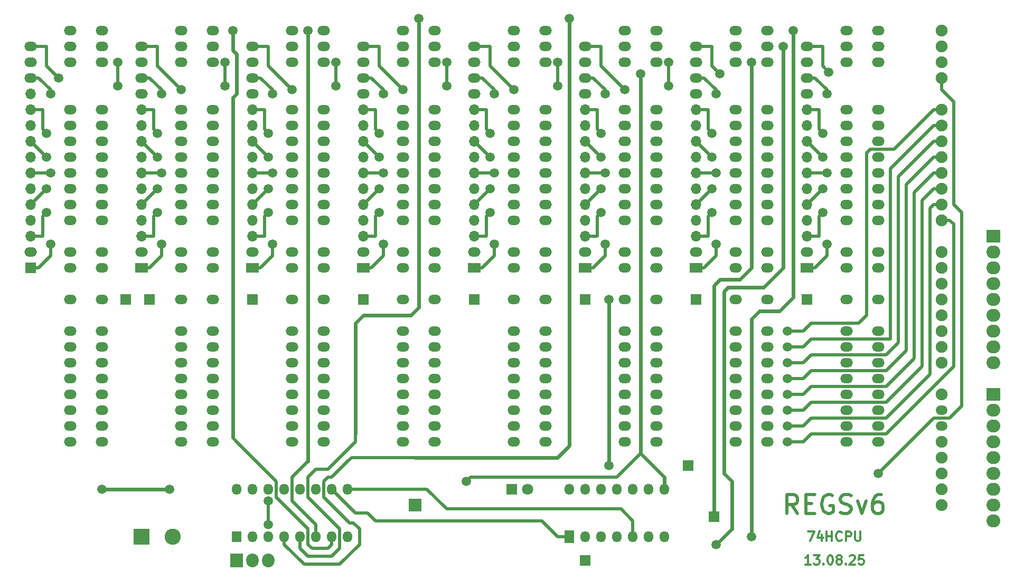
<source format=gbr>
%TF.GenerationSoftware,KiCad,Pcbnew,(5.1.8)-1*%
%TF.CreationDate,2025-08-13T23:43:51+03:00*%
%TF.ProjectId,Regs-v6,52656773-2d76-4362-9e6b-696361645f70,rev?*%
%TF.SameCoordinates,Original*%
%TF.FileFunction,Copper,L1,Top*%
%TF.FilePolarity,Positive*%
%FSLAX46Y46*%
G04 Gerber Fmt 4.6, Leading zero omitted, Abs format (unit mm)*
G04 Created by KiCad (PCBNEW (5.1.8)-1) date 2025-08-13 23:43:51*
%MOMM*%
%LPD*%
G01*
G04 APERTURE LIST*
%TA.AperFunction,NonConductor*%
%ADD10C,0.300000*%
%TD*%
%TA.AperFunction,NonConductor*%
%ADD11C,0.500000*%
%TD*%
%TA.AperFunction,ComponentPad*%
%ADD12R,1.700000X1.700000*%
%TD*%
%TA.AperFunction,ComponentPad*%
%ADD13C,1.800000*%
%TD*%
%TA.AperFunction,ComponentPad*%
%ADD14R,1.800000X1.800000*%
%TD*%
%TA.AperFunction,ComponentPad*%
%ADD15O,2.000000X1.500000*%
%TD*%
%TA.AperFunction,ComponentPad*%
%ADD16O,1.700000X1.700000*%
%TD*%
%TA.AperFunction,ComponentPad*%
%ADD17R,2.000000X1.500000*%
%TD*%
%TA.AperFunction,ComponentPad*%
%ADD18O,2.200000X2.100000*%
%TD*%
%TA.AperFunction,ComponentPad*%
%ADD19R,2.200000X2.100000*%
%TD*%
%TA.AperFunction,ComponentPad*%
%ADD20O,1.900000X1.900000*%
%TD*%
%TA.AperFunction,ComponentPad*%
%ADD21O,1.900000X1.500000*%
%TD*%
%TA.AperFunction,ComponentPad*%
%ADD22C,2.600000*%
%TD*%
%TA.AperFunction,ComponentPad*%
%ADD23R,2.600000X2.600000*%
%TD*%
%TA.AperFunction,ComponentPad*%
%ADD24O,1.500000X1.800000*%
%TD*%
%TA.AperFunction,ComponentPad*%
%ADD25R,1.500000X2.000000*%
%TD*%
%TA.AperFunction,ComponentPad*%
%ADD26R,1.500000X1.800000*%
%TD*%
%TA.AperFunction,ComponentPad*%
%ADD27R,2.000000X2.000000*%
%TD*%
%TA.AperFunction,ComponentPad*%
%ADD28O,2.000000X2.200000*%
%TD*%
%TA.AperFunction,ComponentPad*%
%ADD29R,2.000000X2.200000*%
%TD*%
%TA.AperFunction,ViaPad*%
%ADD30C,1.500000*%
%TD*%
%TA.AperFunction,Conductor*%
%ADD31C,0.500000*%
%TD*%
%TA.AperFunction,Conductor*%
%ADD32C,0.600000*%
%TD*%
G04 APERTURE END LIST*
D10*
X141557857Y-109898571D02*
X140700714Y-109898571D01*
X141129285Y-109898571D02*
X141129285Y-108398571D01*
X140986428Y-108612857D01*
X140843571Y-108755714D01*
X140700714Y-108827142D01*
X142057857Y-108398571D02*
X142986428Y-108398571D01*
X142486428Y-108970000D01*
X142700714Y-108970000D01*
X142843571Y-109041428D01*
X142915000Y-109112857D01*
X142986428Y-109255714D01*
X142986428Y-109612857D01*
X142915000Y-109755714D01*
X142843571Y-109827142D01*
X142700714Y-109898571D01*
X142272142Y-109898571D01*
X142129285Y-109827142D01*
X142057857Y-109755714D01*
X143629285Y-109755714D02*
X143700714Y-109827142D01*
X143629285Y-109898571D01*
X143557857Y-109827142D01*
X143629285Y-109755714D01*
X143629285Y-109898571D01*
X144629285Y-108398571D02*
X144772142Y-108398571D01*
X144915000Y-108470000D01*
X144986428Y-108541428D01*
X145057857Y-108684285D01*
X145129285Y-108970000D01*
X145129285Y-109327142D01*
X145057857Y-109612857D01*
X144986428Y-109755714D01*
X144915000Y-109827142D01*
X144772142Y-109898571D01*
X144629285Y-109898571D01*
X144486428Y-109827142D01*
X144415000Y-109755714D01*
X144343571Y-109612857D01*
X144272142Y-109327142D01*
X144272142Y-108970000D01*
X144343571Y-108684285D01*
X144415000Y-108541428D01*
X144486428Y-108470000D01*
X144629285Y-108398571D01*
X145986428Y-109041428D02*
X145843571Y-108970000D01*
X145772142Y-108898571D01*
X145700714Y-108755714D01*
X145700714Y-108684285D01*
X145772142Y-108541428D01*
X145843571Y-108470000D01*
X145986428Y-108398571D01*
X146272142Y-108398571D01*
X146415000Y-108470000D01*
X146486428Y-108541428D01*
X146557857Y-108684285D01*
X146557857Y-108755714D01*
X146486428Y-108898571D01*
X146415000Y-108970000D01*
X146272142Y-109041428D01*
X145986428Y-109041428D01*
X145843571Y-109112857D01*
X145772142Y-109184285D01*
X145700714Y-109327142D01*
X145700714Y-109612857D01*
X145772142Y-109755714D01*
X145843571Y-109827142D01*
X145986428Y-109898571D01*
X146272142Y-109898571D01*
X146415000Y-109827142D01*
X146486428Y-109755714D01*
X146557857Y-109612857D01*
X146557857Y-109327142D01*
X146486428Y-109184285D01*
X146415000Y-109112857D01*
X146272142Y-109041428D01*
X147200714Y-109755714D02*
X147272142Y-109827142D01*
X147200714Y-109898571D01*
X147129285Y-109827142D01*
X147200714Y-109755714D01*
X147200714Y-109898571D01*
X147843571Y-108541428D02*
X147915000Y-108470000D01*
X148057857Y-108398571D01*
X148415000Y-108398571D01*
X148557857Y-108470000D01*
X148629285Y-108541428D01*
X148700714Y-108684285D01*
X148700714Y-108827142D01*
X148629285Y-109041428D01*
X147772142Y-109898571D01*
X148700714Y-109898571D01*
X150057857Y-108398571D02*
X149343571Y-108398571D01*
X149272142Y-109112857D01*
X149343571Y-109041428D01*
X149486428Y-108970000D01*
X149843571Y-108970000D01*
X149986428Y-109041428D01*
X150057857Y-109112857D01*
X150129285Y-109255714D01*
X150129285Y-109612857D01*
X150057857Y-109755714D01*
X149986428Y-109827142D01*
X149843571Y-109898571D01*
X149486428Y-109898571D01*
X149343571Y-109827142D01*
X149272142Y-109755714D01*
D11*
X139486428Y-101687142D02*
X138486428Y-100258571D01*
X137772142Y-101687142D02*
X137772142Y-98687142D01*
X138915000Y-98687142D01*
X139200714Y-98830000D01*
X139343571Y-98972857D01*
X139486428Y-99258571D01*
X139486428Y-99687142D01*
X139343571Y-99972857D01*
X139200714Y-100115714D01*
X138915000Y-100258571D01*
X137772142Y-100258571D01*
X140772142Y-100115714D02*
X141772142Y-100115714D01*
X142200714Y-101687142D02*
X140772142Y-101687142D01*
X140772142Y-98687142D01*
X142200714Y-98687142D01*
X145057857Y-98830000D02*
X144772142Y-98687142D01*
X144343571Y-98687142D01*
X143915000Y-98830000D01*
X143629285Y-99115714D01*
X143486428Y-99401428D01*
X143343571Y-99972857D01*
X143343571Y-100401428D01*
X143486428Y-100972857D01*
X143629285Y-101258571D01*
X143915000Y-101544285D01*
X144343571Y-101687142D01*
X144629285Y-101687142D01*
X145057857Y-101544285D01*
X145200714Y-101401428D01*
X145200714Y-100401428D01*
X144629285Y-100401428D01*
X146343571Y-101544285D02*
X146772142Y-101687142D01*
X147486428Y-101687142D01*
X147772142Y-101544285D01*
X147915000Y-101401428D01*
X148057857Y-101115714D01*
X148057857Y-100830000D01*
X147915000Y-100544285D01*
X147772142Y-100401428D01*
X147486428Y-100258571D01*
X146915000Y-100115714D01*
X146629285Y-99972857D01*
X146486428Y-99830000D01*
X146343571Y-99544285D01*
X146343571Y-99258571D01*
X146486428Y-98972857D01*
X146629285Y-98830000D01*
X146915000Y-98687142D01*
X147629285Y-98687142D01*
X148057857Y-98830000D01*
X149057857Y-99687142D02*
X149772142Y-101687142D01*
X150486428Y-99687142D01*
X152915000Y-98687142D02*
X152343571Y-98687142D01*
X152057857Y-98830000D01*
X151915000Y-98972857D01*
X151629285Y-99401428D01*
X151486428Y-99972857D01*
X151486428Y-101115714D01*
X151629285Y-101401428D01*
X151772142Y-101544285D01*
X152057857Y-101687142D01*
X152629285Y-101687142D01*
X152915000Y-101544285D01*
X153057857Y-101401428D01*
X153200714Y-101115714D01*
X153200714Y-100401428D01*
X153057857Y-100115714D01*
X152915000Y-99972857D01*
X152629285Y-99830000D01*
X152057857Y-99830000D01*
X151772142Y-99972857D01*
X151629285Y-100115714D01*
X151486428Y-100401428D01*
D10*
X141129285Y-104588571D02*
X142129285Y-104588571D01*
X141486428Y-106088571D01*
X143343571Y-105088571D02*
X143343571Y-106088571D01*
X142986428Y-104517142D02*
X142629285Y-105588571D01*
X143557857Y-105588571D01*
X144129285Y-106088571D02*
X144129285Y-104588571D01*
X144129285Y-105302857D02*
X144986428Y-105302857D01*
X144986428Y-106088571D02*
X144986428Y-104588571D01*
X146557857Y-105945714D02*
X146486428Y-106017142D01*
X146272142Y-106088571D01*
X146129285Y-106088571D01*
X145915000Y-106017142D01*
X145772142Y-105874285D01*
X145700714Y-105731428D01*
X145629285Y-105445714D01*
X145629285Y-105231428D01*
X145700714Y-104945714D01*
X145772142Y-104802857D01*
X145915000Y-104660000D01*
X146129285Y-104588571D01*
X146272142Y-104588571D01*
X146486428Y-104660000D01*
X146557857Y-104731428D01*
X147200714Y-106088571D02*
X147200714Y-104588571D01*
X147772142Y-104588571D01*
X147915000Y-104660000D01*
X147986428Y-104731428D01*
X148057857Y-104874285D01*
X148057857Y-105088571D01*
X147986428Y-105231428D01*
X147915000Y-105302857D01*
X147772142Y-105374285D01*
X147200714Y-105374285D01*
X148700714Y-104588571D02*
X148700714Y-105802857D01*
X148772142Y-105945714D01*
X148843571Y-106017142D01*
X148986428Y-106088571D01*
X149272142Y-106088571D01*
X149415000Y-106017142D01*
X149486428Y-105945714D01*
X149557857Y-105802857D01*
X149557857Y-104588571D01*
D12*
%TO.P,J24,1*%
%TO.N,/~Res*%
X69850000Y-67310000D03*
%TD*%
%TO.P,J23,1*%
%TO.N,/~Res*%
X123190000Y-67310000D03*
%TD*%
%TO.P,J22,1*%
%TO.N,/~Res*%
X31750000Y-67310000D03*
%TD*%
%TO.P,J21,1*%
%TO.N,/~Res*%
X105410000Y-67310000D03*
%TD*%
%TO.P,J10,1*%
%TO.N,/~Res*%
X140970000Y-67310000D03*
%TD*%
%TO.P,J9,1*%
%TO.N,/~Res*%
X121920000Y-93980000D03*
%TD*%
D13*
%TO.P,D1,2*%
%TO.N,VCC*%
X96202500Y-97790000D03*
D14*
%TO.P,D1,1*%
%TO.N,Net-(D1-Pad1)*%
X93662500Y-97790000D03*
%TD*%
D15*
%TO.P,J8,15*%
%TO.N,/R7.7*%
X16510000Y-26670000D03*
%TO.P,J8,14*%
%TO.N,Net-(J8-Pad14)*%
X16510000Y-29210000D03*
%TO.P,J8,13*%
%TO.N,/R7.6*%
X16510000Y-31750000D03*
D16*
%TO.P,J8,12*%
%TO.N,Net-(J8-Pad12)*%
X16510000Y-34290000D03*
%TO.P,J8,11*%
%TO.N,/R7.5*%
X16510000Y-36830000D03*
%TO.P,J8,10*%
%TO.N,Net-(J8-Pad10)*%
X16510000Y-39370000D03*
%TO.P,J8,9*%
%TO.N,/R7.4*%
X16510000Y-41910000D03*
%TO.P,J8,8*%
%TO.N,Net-(J8-Pad8)*%
X16510000Y-44450000D03*
%TO.P,J8,7*%
%TO.N,/R7.3*%
X16510000Y-46990000D03*
%TO.P,J8,6*%
%TO.N,Net-(J8-Pad6)*%
X16510000Y-49530000D03*
%TO.P,J8,5*%
%TO.N,/R7.2*%
X16510000Y-52070000D03*
%TO.P,J8,4*%
%TO.N,Net-(J8-Pad4)*%
X16510000Y-54610000D03*
%TO.P,J8,3*%
%TO.N,/R7.1*%
X16510000Y-57150000D03*
D15*
%TO.P,J8,2*%
%TO.N,Net-(J8-Pad2)*%
X16510000Y-59690000D03*
D12*
%TO.P,J8,1*%
%TO.N,/R7.0*%
X16510000Y-62230000D03*
%TD*%
D15*
%TO.P,J7,15*%
%TO.N,/R6.7*%
X34290000Y-26670000D03*
%TO.P,J7,14*%
%TO.N,Net-(J7-Pad14)*%
X34290000Y-29210000D03*
%TO.P,J7,13*%
%TO.N,/R6.6*%
X34290000Y-31750000D03*
%TO.P,J7,12*%
%TO.N,Net-(J7-Pad12)*%
X34290000Y-34290000D03*
D16*
%TO.P,J7,11*%
%TO.N,/R6.5*%
X34290000Y-36830000D03*
%TO.P,J7,10*%
%TO.N,Net-(J7-Pad10)*%
X34290000Y-39370000D03*
%TO.P,J7,9*%
%TO.N,/R6.4*%
X34290000Y-41910000D03*
%TO.P,J7,8*%
%TO.N,Net-(J7-Pad8)*%
X34290000Y-44450000D03*
%TO.P,J7,7*%
%TO.N,/R6.3*%
X34290000Y-46990000D03*
%TO.P,J7,6*%
%TO.N,Net-(J7-Pad6)*%
X34290000Y-49530000D03*
%TO.P,J7,5*%
%TO.N,/R6.2*%
X34290000Y-52070000D03*
%TO.P,J7,4*%
%TO.N,Net-(J7-Pad4)*%
X34290000Y-54610000D03*
%TO.P,J7,3*%
%TO.N,/R6.1*%
X34290000Y-57150000D03*
D15*
%TO.P,J7,2*%
%TO.N,Net-(J7-Pad2)*%
X34290000Y-59690000D03*
D17*
%TO.P,J7,1*%
%TO.N,/R6.0*%
X34290000Y-62230000D03*
%TD*%
D15*
%TO.P,J6,15*%
%TO.N,/R5.7*%
X52070000Y-26670000D03*
%TO.P,J6,14*%
%TO.N,Net-(J6-Pad14)*%
X52070000Y-29210000D03*
%TO.P,J6,13*%
%TO.N,/R5.6*%
X52070000Y-31750000D03*
%TO.P,J6,12*%
%TO.N,Net-(J6-Pad12)*%
X52070000Y-34290000D03*
D16*
%TO.P,J6,11*%
%TO.N,/R5.5*%
X52070000Y-36830000D03*
%TO.P,J6,10*%
%TO.N,Net-(J6-Pad10)*%
X52070000Y-39370000D03*
%TO.P,J6,9*%
%TO.N,/R5.4*%
X52070000Y-41910000D03*
%TO.P,J6,8*%
%TO.N,Net-(J6-Pad8)*%
X52070000Y-44450000D03*
%TO.P,J6,7*%
%TO.N,/R5.3*%
X52070000Y-46990000D03*
%TO.P,J6,6*%
%TO.N,Net-(J6-Pad6)*%
X52070000Y-49530000D03*
%TO.P,J6,5*%
%TO.N,/R5.2*%
X52070000Y-52070000D03*
%TO.P,J6,4*%
%TO.N,Net-(J6-Pad4)*%
X52070000Y-54610000D03*
%TO.P,J6,3*%
%TO.N,/R5.1*%
X52070000Y-57150000D03*
D15*
%TO.P,J6,2*%
%TO.N,Net-(J6-Pad2)*%
X52070000Y-59690000D03*
D17*
%TO.P,J6,1*%
%TO.N,/R5.0*%
X52070000Y-62230000D03*
%TD*%
D15*
%TO.P,J5,15*%
%TO.N,/R4.7*%
X69850000Y-26670000D03*
%TO.P,J5,14*%
%TO.N,Net-(J5-Pad14)*%
X69850000Y-29210000D03*
%TO.P,J5,13*%
%TO.N,/R4.6*%
X69850000Y-31750000D03*
%TO.P,J5,12*%
%TO.N,Net-(J5-Pad12)*%
X69850000Y-34290000D03*
D16*
%TO.P,J5,11*%
%TO.N,/R4.5*%
X69850000Y-36830000D03*
%TO.P,J5,10*%
%TO.N,Net-(J5-Pad10)*%
X69850000Y-39370000D03*
%TO.P,J5,9*%
%TO.N,/R4.4*%
X69850000Y-41910000D03*
%TO.P,J5,8*%
%TO.N,Net-(J5-Pad8)*%
X69850000Y-44450000D03*
%TO.P,J5,7*%
%TO.N,/R4.3*%
X69850000Y-46990000D03*
%TO.P,J5,6*%
%TO.N,Net-(J5-Pad6)*%
X69850000Y-49530000D03*
%TO.P,J5,5*%
%TO.N,/R4.2*%
X69850000Y-52070000D03*
%TO.P,J5,4*%
%TO.N,Net-(J5-Pad4)*%
X69850000Y-54610000D03*
%TO.P,J5,3*%
%TO.N,/R4.1*%
X69850000Y-57150000D03*
D15*
%TO.P,J5,2*%
%TO.N,Net-(J5-Pad2)*%
X69850000Y-59690000D03*
D17*
%TO.P,J5,1*%
%TO.N,/R4.0*%
X69850000Y-62230000D03*
%TD*%
D15*
%TO.P,J4,15*%
%TO.N,/R3.7*%
X87630000Y-26670000D03*
%TO.P,J4,14*%
%TO.N,Net-(J4-Pad14)*%
X87630000Y-29210000D03*
%TO.P,J4,13*%
%TO.N,/R3.6*%
X87630000Y-31750000D03*
%TO.P,J4,12*%
%TO.N,Net-(J4-Pad12)*%
X87630000Y-34290000D03*
D16*
%TO.P,J4,11*%
%TO.N,/R3.5*%
X87630000Y-36830000D03*
%TO.P,J4,10*%
%TO.N,Net-(J4-Pad10)*%
X87630000Y-39370000D03*
%TO.P,J4,9*%
%TO.N,/R3.4*%
X87630000Y-41910000D03*
%TO.P,J4,8*%
%TO.N,Net-(J4-Pad8)*%
X87630000Y-44450000D03*
%TO.P,J4,7*%
%TO.N,/R3.3*%
X87630000Y-46990000D03*
%TO.P,J4,6*%
%TO.N,Net-(J4-Pad6)*%
X87630000Y-49530000D03*
%TO.P,J4,5*%
%TO.N,/R3.2*%
X87630000Y-52070000D03*
%TO.P,J4,4*%
%TO.N,Net-(J4-Pad4)*%
X87630000Y-54610000D03*
%TO.P,J4,3*%
%TO.N,/R3.1*%
X87630000Y-57150000D03*
D15*
%TO.P,J4,2*%
%TO.N,Net-(J4-Pad2)*%
X87630000Y-59690000D03*
D17*
%TO.P,J4,1*%
%TO.N,/R3.0*%
X87630000Y-62230000D03*
%TD*%
D15*
%TO.P,J3,15*%
%TO.N,/R2.7*%
X105410000Y-26670000D03*
%TO.P,J3,14*%
%TO.N,Net-(J3-Pad14)*%
X105410000Y-29210000D03*
%TO.P,J3,13*%
%TO.N,/R2.6*%
X105410000Y-31750000D03*
%TO.P,J3,12*%
%TO.N,Net-(J3-Pad12)*%
X105410000Y-34290000D03*
D16*
%TO.P,J3,11*%
%TO.N,/R2.5*%
X105410000Y-36830000D03*
%TO.P,J3,10*%
%TO.N,Net-(J3-Pad10)*%
X105410000Y-39370000D03*
%TO.P,J3,9*%
%TO.N,/R2.4*%
X105410000Y-41910000D03*
%TO.P,J3,8*%
%TO.N,Net-(J3-Pad8)*%
X105410000Y-44450000D03*
%TO.P,J3,7*%
%TO.N,/R2.3*%
X105410000Y-46990000D03*
%TO.P,J3,6*%
%TO.N,Net-(J3-Pad6)*%
X105410000Y-49530000D03*
%TO.P,J3,5*%
%TO.N,/R2.2*%
X105410000Y-52070000D03*
%TO.P,J3,4*%
%TO.N,Net-(J3-Pad4)*%
X105410000Y-54610000D03*
%TO.P,J3,3*%
%TO.N,/R2.1*%
X105410000Y-57150000D03*
D15*
%TO.P,J3,2*%
%TO.N,Net-(J3-Pad2)*%
X105410000Y-59690000D03*
D17*
%TO.P,J3,1*%
%TO.N,/R2.0*%
X105410000Y-62230000D03*
%TD*%
D15*
%TO.P,J2,15*%
%TO.N,/R1.7*%
X123190000Y-26670000D03*
%TO.P,J2,14*%
%TO.N,Net-(J2-Pad14)*%
X123190000Y-29210000D03*
%TO.P,J2,13*%
%TO.N,/R1.6*%
X123190000Y-31750000D03*
%TO.P,J2,12*%
%TO.N,Net-(J2-Pad12)*%
X123190000Y-34290000D03*
D16*
%TO.P,J2,11*%
%TO.N,/R1.5*%
X123190000Y-36830000D03*
%TO.P,J2,10*%
%TO.N,Net-(J2-Pad10)*%
X123190000Y-39370000D03*
%TO.P,J2,9*%
%TO.N,/R1.4*%
X123190000Y-41910000D03*
%TO.P,J2,8*%
%TO.N,Net-(J2-Pad8)*%
X123190000Y-44450000D03*
%TO.P,J2,7*%
%TO.N,/R1.3*%
X123190000Y-46990000D03*
%TO.P,J2,6*%
%TO.N,Net-(J2-Pad6)*%
X123190000Y-49530000D03*
%TO.P,J2,5*%
%TO.N,/R1.2*%
X123190000Y-52070000D03*
%TO.P,J2,4*%
%TO.N,Net-(J2-Pad4)*%
X123190000Y-54610000D03*
%TO.P,J2,3*%
%TO.N,/R1.1*%
X123190000Y-57150000D03*
D15*
%TO.P,J2,2*%
%TO.N,Net-(J2-Pad2)*%
X123190000Y-59690000D03*
D17*
%TO.P,J2,1*%
%TO.N,/R1.0*%
X123190000Y-62230000D03*
%TD*%
D15*
%TO.P,J1,15*%
%TO.N,/R0.7*%
X140970000Y-26670000D03*
%TO.P,J1,14*%
%TO.N,Net-(J1-Pad14)*%
X140970000Y-29210000D03*
%TO.P,J1,13*%
%TO.N,/R0.6*%
X140970000Y-31750000D03*
%TO.P,J1,12*%
%TO.N,Net-(J1-Pad12)*%
X140970000Y-34290000D03*
D16*
%TO.P,J1,11*%
%TO.N,/R0.5*%
X140970000Y-36830000D03*
%TO.P,J1,10*%
%TO.N,Net-(J1-Pad10)*%
X140970000Y-39370000D03*
%TO.P,J1,9*%
%TO.N,/R0.4*%
X140970000Y-41910000D03*
%TO.P,J1,8*%
%TO.N,Net-(J1-Pad8)*%
X140970000Y-44450000D03*
%TO.P,J1,7*%
%TO.N,/R0.3*%
X140970000Y-46990000D03*
%TO.P,J1,6*%
%TO.N,Net-(J1-Pad6)*%
X140970000Y-49530000D03*
%TO.P,J1,5*%
%TO.N,/R0.2*%
X140970000Y-52070000D03*
%TO.P,J1,4*%
%TO.N,Net-(J1-Pad4)*%
X140970000Y-54610000D03*
%TO.P,J1,3*%
%TO.N,/R0.1*%
X140970000Y-57150000D03*
D15*
%TO.P,J1,2*%
%TO.N,Net-(J1-Pad2)*%
X140970000Y-59690000D03*
D17*
%TO.P,J1,1*%
%TO.N,/R0.0*%
X140970000Y-62230000D03*
%TD*%
D12*
%TO.P,J19,1*%
%TO.N,/~Res*%
X35560000Y-67310000D03*
%TD*%
%TO.P,J20,1*%
%TO.N,/~Res*%
X52070000Y-67310000D03*
%TD*%
D15*
%TO.P,U19,22*%
%TO.N,/~R3*%
X22860000Y-24130000D03*
%TO.P,U19,21*%
%TO.N,/~H*%
X22860000Y-26670000D03*
%TO.P,U19,20*%
%TO.N,/~Bank1*%
X22860000Y-29210000D03*
%TO.P,U19,19*%
%TO.N,/R7.7*%
X22860000Y-36830000D03*
%TO.P,U19,18*%
%TO.N,/R7.6*%
X22860000Y-39370000D03*
%TO.P,U19,17*%
%TO.N,/R7.5*%
X22860000Y-41910000D03*
%TO.P,U19,16*%
%TO.N,/R7.4*%
X22860000Y-44450000D03*
%TO.P,U19,15*%
%TO.N,/R7.3*%
X22860000Y-46990000D03*
%TO.P,U19,14*%
%TO.N,/R7.2*%
X22860000Y-49530000D03*
%TO.P,U19,13*%
%TO.N,/R7.1*%
X22860000Y-52070000D03*
%TO.P,U19,12*%
%TO.N,/R7.0*%
X22860000Y-54610000D03*
%TO.P,U19,11*%
%TO.N,VCC*%
X22860000Y-59690000D03*
%TO.P,U19,10*%
%TO.N,GND*%
X22860000Y-62230000D03*
%TO.P,U19,9*%
%TO.N,/~Res*%
X22860000Y-67310000D03*
%TO.P,U19,8*%
%TO.N,/H0*%
X22860000Y-72390000D03*
%TO.P,U19,7*%
%TO.N,/H1*%
X22860000Y-74930000D03*
%TO.P,U19,6*%
%TO.N,/H2*%
X22860000Y-77470000D03*
%TO.P,U19,5*%
%TO.N,/H3*%
X22860000Y-80010000D03*
%TO.P,U19,4*%
%TO.N,/H4*%
X22860000Y-82550000D03*
%TO.P,U19,3*%
%TO.N,/H5*%
X22860000Y-85090000D03*
%TO.P,U19,2*%
%TO.N,/H6*%
X22860000Y-87630000D03*
%TO.P,U19,1*%
%TO.N,/H7*%
X22860000Y-90170000D03*
%TD*%
%TO.P,U18,22*%
%TO.N,/~R3*%
X40640000Y-24130000D03*
%TO.P,U18,21*%
%TO.N,/~L*%
X40640000Y-26670000D03*
%TO.P,U18,20*%
%TO.N,/~Bank1*%
X40640000Y-29210000D03*
%TO.P,U18,19*%
%TO.N,/R6.7*%
X40640000Y-36830000D03*
%TO.P,U18,18*%
%TO.N,/R6.6*%
X40640000Y-39370000D03*
%TO.P,U18,17*%
%TO.N,/R6.5*%
X40640000Y-41910000D03*
%TO.P,U18,16*%
%TO.N,/R6.4*%
X40640000Y-44450000D03*
%TO.P,U18,15*%
%TO.N,/R6.3*%
X40640000Y-46990000D03*
%TO.P,U18,14*%
%TO.N,/R6.2*%
X40640000Y-49530000D03*
%TO.P,U18,13*%
%TO.N,/R6.1*%
X40640000Y-52070000D03*
%TO.P,U18,12*%
%TO.N,/R6.0*%
X40640000Y-54610000D03*
%TO.P,U18,11*%
%TO.N,VCC*%
X40640000Y-59690000D03*
%TO.P,U18,10*%
%TO.N,GND*%
X40640000Y-62230000D03*
%TO.P,U18,9*%
%TO.N,/~Res*%
X40640000Y-67310000D03*
%TO.P,U18,8*%
%TO.N,/L0*%
X40640000Y-72390000D03*
%TO.P,U18,7*%
%TO.N,/L1*%
X40640000Y-74930000D03*
%TO.P,U18,6*%
%TO.N,/L2*%
X40640000Y-77470000D03*
%TO.P,U18,5*%
%TO.N,/L3*%
X40640000Y-80010000D03*
%TO.P,U18,4*%
%TO.N,/L4*%
X40640000Y-82550000D03*
%TO.P,U18,3*%
%TO.N,/L5*%
X40640000Y-85090000D03*
%TO.P,U18,2*%
%TO.N,/L6*%
X40640000Y-87630000D03*
%TO.P,U18,1*%
%TO.N,/L7*%
X40640000Y-90170000D03*
%TD*%
%TO.P,U17,22*%
%TO.N,/~R2*%
X58420000Y-24130000D03*
%TO.P,U17,21*%
%TO.N,/~H*%
X58420000Y-26670000D03*
%TO.P,U17,20*%
%TO.N,/~Bank1*%
X58420000Y-29210000D03*
%TO.P,U17,19*%
%TO.N,/R5.7*%
X58420000Y-36830000D03*
%TO.P,U17,18*%
%TO.N,/R5.6*%
X58420000Y-39370000D03*
%TO.P,U17,17*%
%TO.N,/R5.5*%
X58420000Y-41910000D03*
%TO.P,U17,16*%
%TO.N,/R5.4*%
X58420000Y-44450000D03*
%TO.P,U17,15*%
%TO.N,/R5.3*%
X58420000Y-46990000D03*
%TO.P,U17,14*%
%TO.N,/R5.2*%
X58420000Y-49530000D03*
%TO.P,U17,13*%
%TO.N,/R5.1*%
X58420000Y-52070000D03*
%TO.P,U17,12*%
%TO.N,/R5.0*%
X58420000Y-54610000D03*
%TO.P,U17,11*%
%TO.N,VCC*%
X58420000Y-59690000D03*
%TO.P,U17,10*%
%TO.N,GND*%
X58420000Y-62230000D03*
%TO.P,U17,9*%
%TO.N,/~Res*%
X58420000Y-67310000D03*
%TO.P,U17,8*%
%TO.N,/H0*%
X58420000Y-72390000D03*
%TO.P,U17,7*%
%TO.N,/H1*%
X58420000Y-74930000D03*
%TO.P,U17,6*%
%TO.N,/H2*%
X58420000Y-77470000D03*
%TO.P,U17,5*%
%TO.N,/H3*%
X58420000Y-80010000D03*
%TO.P,U17,4*%
%TO.N,/H4*%
X58420000Y-82550000D03*
%TO.P,U17,3*%
%TO.N,/H5*%
X58420000Y-85090000D03*
%TO.P,U17,2*%
%TO.N,/H6*%
X58420000Y-87630000D03*
%TO.P,U17,1*%
%TO.N,/H7*%
X58420000Y-90170000D03*
%TD*%
%TO.P,U16,22*%
%TO.N,/~R2*%
X76200000Y-24130000D03*
%TO.P,U16,21*%
%TO.N,/~L*%
X76200000Y-26670000D03*
%TO.P,U16,20*%
%TO.N,/~Bank1*%
X76200000Y-29210000D03*
%TO.P,U16,19*%
%TO.N,/R4.7*%
X76200000Y-36830000D03*
%TO.P,U16,18*%
%TO.N,/R4.6*%
X76200000Y-39370000D03*
%TO.P,U16,17*%
%TO.N,/R4.5*%
X76200000Y-41910000D03*
%TO.P,U16,16*%
%TO.N,/R4.4*%
X76200000Y-44450000D03*
%TO.P,U16,15*%
%TO.N,/R4.3*%
X76200000Y-46990000D03*
%TO.P,U16,14*%
%TO.N,/R4.2*%
X76200000Y-49530000D03*
%TO.P,U16,13*%
%TO.N,/R4.1*%
X76200000Y-52070000D03*
%TO.P,U16,12*%
%TO.N,/R4.0*%
X76200000Y-54610000D03*
%TO.P,U16,11*%
%TO.N,VCC*%
X76200000Y-59690000D03*
%TO.P,U16,10*%
%TO.N,GND*%
X76200000Y-62230000D03*
%TO.P,U16,9*%
%TO.N,/~Res*%
X76200000Y-67310000D03*
%TO.P,U16,8*%
%TO.N,/L0*%
X76200000Y-72390000D03*
%TO.P,U16,7*%
%TO.N,/L1*%
X76200000Y-74930000D03*
%TO.P,U16,6*%
%TO.N,/L2*%
X76200000Y-77470000D03*
%TO.P,U16,5*%
%TO.N,/L3*%
X76200000Y-80010000D03*
%TO.P,U16,4*%
%TO.N,/L4*%
X76200000Y-82550000D03*
%TO.P,U16,3*%
%TO.N,/L5*%
X76200000Y-85090000D03*
%TO.P,U16,2*%
%TO.N,/L6*%
X76200000Y-87630000D03*
%TO.P,U16,1*%
%TO.N,/L7*%
X76200000Y-90170000D03*
%TD*%
%TO.P,U12,22*%
%TO.N,/~R1*%
X93980000Y-24130000D03*
%TO.P,U12,21*%
%TO.N,/~H*%
X93980000Y-26670000D03*
%TO.P,U12,20*%
%TO.N,/~Bank1*%
X93980000Y-29210000D03*
%TO.P,U12,19*%
%TO.N,/R3.7*%
X93980000Y-36830000D03*
%TO.P,U12,18*%
%TO.N,/R3.6*%
X93980000Y-39370000D03*
%TO.P,U12,17*%
%TO.N,/R3.5*%
X93980000Y-41910000D03*
%TO.P,U12,16*%
%TO.N,/R3.4*%
X93980000Y-44450000D03*
%TO.P,U12,15*%
%TO.N,/R3.3*%
X93980000Y-46990000D03*
%TO.P,U12,14*%
%TO.N,/R3.2*%
X93980000Y-49530000D03*
%TO.P,U12,13*%
%TO.N,/R3.1*%
X93980000Y-52070000D03*
%TO.P,U12,12*%
%TO.N,/R3.0*%
X93980000Y-54610000D03*
%TO.P,U12,11*%
%TO.N,VCC*%
X93980000Y-59690000D03*
%TO.P,U12,10*%
%TO.N,GND*%
X93980000Y-62230000D03*
%TO.P,U12,9*%
%TO.N,/~Res*%
X93980000Y-67310000D03*
%TO.P,U12,8*%
%TO.N,/H0*%
X93980000Y-72390000D03*
%TO.P,U12,7*%
%TO.N,/H1*%
X93980000Y-74930000D03*
%TO.P,U12,6*%
%TO.N,/H2*%
X93980000Y-77470000D03*
%TO.P,U12,5*%
%TO.N,/H3*%
X93980000Y-80010000D03*
%TO.P,U12,4*%
%TO.N,/H4*%
X93980000Y-82550000D03*
%TO.P,U12,3*%
%TO.N,/H5*%
X93980000Y-85090000D03*
%TO.P,U12,2*%
%TO.N,/H6*%
X93980000Y-87630000D03*
%TO.P,U12,1*%
%TO.N,/H7*%
X93980000Y-90170000D03*
%TD*%
%TO.P,U11,22*%
%TO.N,/~R1*%
X111760000Y-24130000D03*
%TO.P,U11,21*%
%TO.N,/~L*%
X111760000Y-26670000D03*
%TO.P,U11,20*%
%TO.N,/~Bank1*%
X111760000Y-29210000D03*
%TO.P,U11,19*%
%TO.N,/R2.7*%
X111760000Y-36830000D03*
%TO.P,U11,18*%
%TO.N,/R2.6*%
X111760000Y-39370000D03*
%TO.P,U11,17*%
%TO.N,/R2.5*%
X111760000Y-41910000D03*
%TO.P,U11,16*%
%TO.N,/R2.4*%
X111760000Y-44450000D03*
%TO.P,U11,15*%
%TO.N,/R2.3*%
X111760000Y-46990000D03*
%TO.P,U11,14*%
%TO.N,/R2.2*%
X111760000Y-49530000D03*
%TO.P,U11,13*%
%TO.N,/R2.1*%
X111760000Y-52070000D03*
%TO.P,U11,12*%
%TO.N,/R2.0*%
X111760000Y-54610000D03*
%TO.P,U11,11*%
%TO.N,VCC*%
X111760000Y-59690000D03*
%TO.P,U11,10*%
%TO.N,GND*%
X111760000Y-62230000D03*
%TO.P,U11,9*%
%TO.N,/~Res*%
X111760000Y-67310000D03*
%TO.P,U11,8*%
%TO.N,/L0*%
X111760000Y-72390000D03*
%TO.P,U11,7*%
%TO.N,/L1*%
X111760000Y-74930000D03*
%TO.P,U11,6*%
%TO.N,/L2*%
X111760000Y-77470000D03*
%TO.P,U11,5*%
%TO.N,/L3*%
X111760000Y-80010000D03*
%TO.P,U11,4*%
%TO.N,/L4*%
X111760000Y-82550000D03*
%TO.P,U11,3*%
%TO.N,/L5*%
X111760000Y-85090000D03*
%TO.P,U11,2*%
%TO.N,/L6*%
X111760000Y-87630000D03*
%TO.P,U11,1*%
%TO.N,/L7*%
X111760000Y-90170000D03*
%TD*%
%TO.P,U10,22*%
%TO.N,/~R0*%
X129540000Y-24130000D03*
%TO.P,U10,21*%
%TO.N,/~H*%
X129540000Y-26670000D03*
%TO.P,U10,20*%
%TO.N,/~Bank1*%
X129540000Y-29210000D03*
%TO.P,U10,19*%
%TO.N,/R1.7*%
X129540000Y-36830000D03*
%TO.P,U10,18*%
%TO.N,/R1.6*%
X129540000Y-39370000D03*
%TO.P,U10,17*%
%TO.N,/R1.5*%
X129540000Y-41910000D03*
%TO.P,U10,16*%
%TO.N,/R1.4*%
X129540000Y-44450000D03*
%TO.P,U10,15*%
%TO.N,/R1.3*%
X129540000Y-46990000D03*
%TO.P,U10,14*%
%TO.N,/R1.2*%
X129540000Y-49530000D03*
%TO.P,U10,13*%
%TO.N,/R1.1*%
X129540000Y-52070000D03*
%TO.P,U10,12*%
%TO.N,/R1.0*%
X129540000Y-54610000D03*
%TO.P,U10,11*%
%TO.N,VCC*%
X129540000Y-59690000D03*
%TO.P,U10,10*%
%TO.N,GND*%
X129540000Y-62230000D03*
%TO.P,U10,9*%
%TO.N,/~Res*%
X129540000Y-67310000D03*
%TO.P,U10,8*%
%TO.N,/H0*%
X129540000Y-72390000D03*
%TO.P,U10,7*%
%TO.N,/H1*%
X129540000Y-74930000D03*
%TO.P,U10,6*%
%TO.N,/H2*%
X129540000Y-77470000D03*
%TO.P,U10,5*%
%TO.N,/H3*%
X129540000Y-80010000D03*
%TO.P,U10,4*%
%TO.N,/H4*%
X129540000Y-82550000D03*
%TO.P,U10,3*%
%TO.N,/H5*%
X129540000Y-85090000D03*
%TO.P,U10,2*%
%TO.N,/H6*%
X129540000Y-87630000D03*
%TO.P,U10,1*%
%TO.N,/H7*%
X129540000Y-90170000D03*
%TD*%
%TO.P,U9,22*%
%TO.N,/~R0*%
X147320000Y-24130000D03*
%TO.P,U9,21*%
%TO.N,/~L*%
X147320000Y-26670000D03*
%TO.P,U9,20*%
%TO.N,/~Bank1*%
X147320000Y-29210000D03*
%TO.P,U9,19*%
%TO.N,/R0.7*%
X147320000Y-36830000D03*
%TO.P,U9,18*%
%TO.N,/R0.6*%
X147320000Y-39370000D03*
%TO.P,U9,17*%
%TO.N,/R0.5*%
X147320000Y-41910000D03*
%TO.P,U9,16*%
%TO.N,/R0.4*%
X147320000Y-44450000D03*
%TO.P,U9,15*%
%TO.N,/R0.3*%
X147320000Y-46990000D03*
%TO.P,U9,14*%
%TO.N,/R0.2*%
X147320000Y-49530000D03*
%TO.P,U9,13*%
%TO.N,/R0.1*%
X147320000Y-52070000D03*
%TO.P,U9,12*%
%TO.N,/R0.0*%
X147320000Y-54610000D03*
%TO.P,U9,11*%
%TO.N,VCC*%
X147320000Y-59690000D03*
%TO.P,U9,10*%
%TO.N,GND*%
X147320000Y-62230000D03*
%TO.P,U9,9*%
%TO.N,/~Res*%
X147320000Y-67310000D03*
%TO.P,U9,8*%
%TO.N,/L0*%
X147320000Y-72390000D03*
%TO.P,U9,7*%
%TO.N,/L1*%
X147320000Y-74930000D03*
%TO.P,U9,6*%
%TO.N,/L2*%
X147320000Y-77470000D03*
%TO.P,U9,5*%
%TO.N,/L3*%
X147320000Y-80010000D03*
%TO.P,U9,4*%
%TO.N,/L4*%
X147320000Y-82550000D03*
%TO.P,U9,3*%
%TO.N,/L5*%
X147320000Y-85090000D03*
%TO.P,U9,2*%
%TO.N,/L6*%
X147320000Y-87630000D03*
%TO.P,U9,1*%
%TO.N,/L7*%
X147320000Y-90170000D03*
%TD*%
D18*
%TO.P,J18,9*%
%TO.N,/ALU_H7*%
X170815000Y-77470000D03*
%TO.P,J18,8*%
%TO.N,Net-(J18-Pad8)*%
X170815000Y-74930000D03*
%TO.P,J18,7*%
%TO.N,Net-(J18-Pad7)*%
X170815000Y-72390000D03*
%TO.P,J18,6*%
%TO.N,Net-(J18-Pad6)*%
X170815000Y-69850000D03*
%TO.P,J18,5*%
%TO.N,Net-(J18-Pad5)*%
X170815000Y-67310000D03*
%TO.P,J18,4*%
%TO.N,Net-(J18-Pad4)*%
X170815000Y-64770000D03*
%TO.P,J18,3*%
%TO.N,Net-(J18-Pad3)*%
X170815000Y-62230000D03*
%TO.P,J18,2*%
%TO.N,/ALU_H0*%
X170815000Y-59690000D03*
D19*
%TO.P,J18,1*%
%TO.N,GND*%
X170815000Y-57150000D03*
%TD*%
D18*
%TO.P,J17,9*%
%TO.N,/L7*%
X170815000Y-102870000D03*
%TO.P,J17,8*%
%TO.N,/L6*%
X170815000Y-100330000D03*
%TO.P,J17,7*%
%TO.N,/L5*%
X170815000Y-97790000D03*
%TO.P,J17,6*%
%TO.N,/L4*%
X170815000Y-95250000D03*
%TO.P,J17,5*%
%TO.N,/L3*%
X170815000Y-92710000D03*
%TO.P,J17,4*%
%TO.N,/L2*%
X170815000Y-90170000D03*
%TO.P,J17,3*%
%TO.N,/L1*%
X170815000Y-87630000D03*
%TO.P,J17,2*%
%TO.N,/L0*%
X170815000Y-85090000D03*
D19*
%TO.P,J17,1*%
%TO.N,GND*%
X170815000Y-82550000D03*
%TD*%
D20*
%TO.P,U15,28*%
%TO.N,GND*%
X162560000Y-24130000D03*
%TO.P,U15,27*%
X162560000Y-26670000D03*
%TO.P,U15,26*%
%TO.N,VCC*%
X162560000Y-29210000D03*
%TO.P,U15,25*%
%TO.N,Net-(U14-Pad11)*%
X162560000Y-31750000D03*
%TO.P,U15,24*%
%TO.N,/H0*%
X162560000Y-36830000D03*
%TO.P,U15,23*%
%TO.N,/H1*%
X162560000Y-39370000D03*
%TO.P,U15,22*%
%TO.N,/H2*%
X162560000Y-41910000D03*
%TO.P,U15,21*%
%TO.N,/H3*%
X162560000Y-44450000D03*
%TO.P,U15,20*%
%TO.N,/H4*%
X162560000Y-46990000D03*
%TO.P,U15,19*%
%TO.N,/H5*%
X162560000Y-49530000D03*
%TO.P,U15,18*%
%TO.N,/H6*%
X162560000Y-52070000D03*
%TO.P,U15,17*%
%TO.N,/H7*%
X162560000Y-54610000D03*
%TO.P,U15,16*%
%TO.N,/ALU_H0*%
X162560000Y-59690000D03*
%TO.P,U15,15*%
%TO.N,Net-(J18-Pad3)*%
X162560000Y-62230000D03*
%TO.P,U15,14*%
%TO.N,Net-(J18-Pad4)*%
X162560000Y-64770000D03*
%TO.P,U15,13*%
%TO.N,Net-(J18-Pad5)*%
X162560000Y-67310000D03*
%TO.P,U15,12*%
%TO.N,Net-(J18-Pad6)*%
X162560000Y-69850000D03*
%TO.P,U15,11*%
%TO.N,Net-(J18-Pad7)*%
X162560000Y-72390000D03*
%TO.P,U15,10*%
%TO.N,Net-(J18-Pad8)*%
X162560000Y-74930000D03*
%TO.P,U15,9*%
%TO.N,/ALU_H7*%
X162560000Y-77470000D03*
%TO.P,U15,8*%
%TO.N,/L0*%
X162560000Y-82550000D03*
D21*
%TO.P,U15,7*%
%TO.N,/L1*%
X162560000Y-85090000D03*
%TO.P,U15,6*%
%TO.N,/L2*%
X162560000Y-87630000D03*
D20*
%TO.P,U15,5*%
%TO.N,/L3*%
X162560000Y-90170000D03*
%TO.P,U15,4*%
%TO.N,/L4*%
X162560000Y-92710000D03*
%TO.P,U15,3*%
%TO.N,/L5*%
X162560000Y-95250000D03*
%TO.P,U15,2*%
%TO.N,/L6*%
X162560000Y-97790000D03*
%TO.P,U15,1*%
%TO.N,/L7*%
X162560000Y-100330000D03*
%TD*%
D22*
%TO.P,J16,2*%
%TO.N,GND*%
X39290000Y-105410000D03*
D23*
%TO.P,J16,1*%
%TO.N,Net-(J16-Pad1)*%
X34290000Y-105410000D03*
%TD*%
D24*
%TO.P,U14,14*%
%TO.N,VCC*%
X102870000Y-97790000D03*
%TO.P,U14,7*%
%TO.N,GND*%
X118110000Y-105410000D03*
%TO.P,U14,13*%
%TO.N,/~MUL*%
X105410000Y-97790000D03*
%TO.P,U14,6*%
%TO.N,/~H*%
X115570000Y-105410000D03*
%TO.P,U14,12*%
%TO.N,/~MUL*%
X107950000Y-97790000D03*
%TO.P,U14,5*%
%TO.N,Net-(U13-Pad9)*%
X113030000Y-105410000D03*
%TO.P,U14,11*%
%TO.N,Net-(U14-Pad11)*%
X110490000Y-97790000D03*
%TO.P,U14,4*%
%TO.N,/Latch*%
X110490000Y-105410000D03*
%TO.P,U14,10*%
%TO.N,/~Bank0*%
X113030000Y-97790000D03*
%TO.P,U14,3*%
%TO.N,/~L*%
X107950000Y-105410000D03*
%TO.P,U14,9*%
%TO.N,/~Bank0*%
X115570000Y-97790000D03*
%TO.P,U14,2*%
%TO.N,/Latch*%
X105410000Y-105410000D03*
%TO.P,U14,8*%
%TO.N,/~Bank1*%
X118110000Y-97790000D03*
D25*
%TO.P,U14,1*%
%TO.N,Net-(U13-Pad10)*%
X102870000Y-105410000D03*
%TD*%
D24*
%TO.P,U13,16*%
%TO.N,VCC*%
X49530000Y-97790000D03*
%TO.P,U13,8*%
%TO.N,GND*%
X67310000Y-105410000D03*
%TO.P,U13,15*%
X52070000Y-97790000D03*
%TO.P,U13,7*%
%TO.N,/~R3*%
X64770000Y-105410000D03*
%TO.P,U13,14*%
%TO.N,/DST[0]*%
X54610000Y-97790000D03*
%TO.P,U13,6*%
%TO.N,/~R2*%
X62230000Y-105410000D03*
%TO.P,U13,13*%
%TO.N,/~MUL*%
X57150000Y-97790000D03*
%TO.P,U13,5*%
%TO.N,/~R1*%
X59690000Y-105410000D03*
%TO.P,U13,12*%
%TO.N,Net-(U13-Pad12)*%
X59690000Y-97790000D03*
%TO.P,U13,4*%
%TO.N,/~R0*%
X57150000Y-105410000D03*
%TO.P,U13,11*%
%TO.N,Net-(U13-Pad11)*%
X62230000Y-97790000D03*
%TO.P,U13,3*%
%TO.N,/DST[2]*%
X54610000Y-105410000D03*
%TO.P,U13,10*%
%TO.N,Net-(U13-Pad10)*%
X64770000Y-97790000D03*
%TO.P,U13,2*%
%TO.N,/DST[1]*%
X52070000Y-105410000D03*
%TO.P,U13,9*%
%TO.N,Net-(U13-Pad9)*%
X67310000Y-97790000D03*
D26*
%TO.P,U13,1*%
%TO.N,GND*%
X49530000Y-105410000D03*
%TD*%
D12*
%TO.P,J15,1*%
%TO.N,/Latch*%
X105410000Y-109220000D03*
%TD*%
%TO.P,J14,1*%
%TO.N,/~Bank0*%
X126047500Y-102235000D03*
%TD*%
%TO.P,J13,1*%
%TO.N,/~Res*%
X87630000Y-67310000D03*
%TD*%
D27*
%TO.P,J12,1*%
%TO.N,/~MUL*%
X78105000Y-100330000D03*
%TD*%
D28*
%TO.P,J11,3*%
%TO.N,/DST[2]*%
X54610000Y-109220000D03*
%TO.P,J11,2*%
%TO.N,/DST[1]*%
X52070000Y-109220000D03*
D29*
%TO.P,J11,1*%
%TO.N,/DST[0]*%
X49530000Y-109220000D03*
%TD*%
D15*
%TO.P,U1,22*%
%TO.N,/~R0*%
X152400000Y-24130000D03*
%TO.P,U1,21*%
%TO.N,/~L*%
X152400000Y-26670000D03*
%TO.P,U1,20*%
%TO.N,/~Bank0*%
X152400000Y-29210000D03*
%TO.P,U1,19*%
%TO.N,/R0.7*%
X152400000Y-36830000D03*
%TO.P,U1,18*%
%TO.N,/R0.6*%
X152400000Y-39370000D03*
%TO.P,U1,17*%
%TO.N,/R0.5*%
X152400000Y-41910000D03*
%TO.P,U1,16*%
%TO.N,/R0.4*%
X152400000Y-44450000D03*
%TO.P,U1,15*%
%TO.N,/R0.3*%
X152400000Y-46990000D03*
%TO.P,U1,14*%
%TO.N,/R0.2*%
X152400000Y-49530000D03*
%TO.P,U1,13*%
%TO.N,/R0.1*%
X152400000Y-52070000D03*
%TO.P,U1,12*%
%TO.N,/R0.0*%
X152400000Y-54610000D03*
%TO.P,U1,11*%
%TO.N,VCC*%
X152400000Y-59690000D03*
%TO.P,U1,10*%
%TO.N,GND*%
X152400000Y-62230000D03*
%TO.P,U1,9*%
%TO.N,/~Res*%
X152400000Y-67310000D03*
%TO.P,U1,8*%
%TO.N,/L0*%
X152400000Y-72390000D03*
%TO.P,U1,7*%
%TO.N,/L1*%
X152400000Y-74930000D03*
%TO.P,U1,6*%
%TO.N,/L2*%
X152400000Y-77470000D03*
%TO.P,U1,5*%
%TO.N,/L3*%
X152400000Y-80010000D03*
%TO.P,U1,4*%
%TO.N,/L4*%
X152400000Y-82550000D03*
%TO.P,U1,3*%
%TO.N,/L5*%
X152400000Y-85090000D03*
%TO.P,U1,2*%
%TO.N,/L6*%
X152400000Y-87630000D03*
%TO.P,U1,1*%
%TO.N,/L7*%
X152400000Y-90170000D03*
%TD*%
%TO.P,U8,22*%
%TO.N,/~R3*%
X27940000Y-24130000D03*
%TO.P,U8,21*%
%TO.N,/~H*%
X27940000Y-26670000D03*
%TO.P,U8,20*%
%TO.N,/~Bank0*%
X27940000Y-29210000D03*
%TO.P,U8,19*%
%TO.N,/R7.7*%
X27940000Y-36830000D03*
%TO.P,U8,18*%
%TO.N,/R7.6*%
X27940000Y-39370000D03*
%TO.P,U8,17*%
%TO.N,/R7.5*%
X27940000Y-41910000D03*
%TO.P,U8,16*%
%TO.N,/R7.4*%
X27940000Y-44450000D03*
%TO.P,U8,15*%
%TO.N,/R7.3*%
X27940000Y-46990000D03*
%TO.P,U8,14*%
%TO.N,/R7.2*%
X27940000Y-49530000D03*
%TO.P,U8,13*%
%TO.N,/R7.1*%
X27940000Y-52070000D03*
%TO.P,U8,12*%
%TO.N,/R7.0*%
X27940000Y-54610000D03*
%TO.P,U8,11*%
%TO.N,VCC*%
X27940000Y-59690000D03*
%TO.P,U8,10*%
%TO.N,GND*%
X27940000Y-62230000D03*
%TO.P,U8,9*%
%TO.N,/~Res*%
X27940000Y-67310000D03*
%TO.P,U8,8*%
%TO.N,/H0*%
X27940000Y-72390000D03*
%TO.P,U8,7*%
%TO.N,/H1*%
X27940000Y-74930000D03*
%TO.P,U8,6*%
%TO.N,/H2*%
X27940000Y-77470000D03*
%TO.P,U8,5*%
%TO.N,/H3*%
X27940000Y-80010000D03*
%TO.P,U8,4*%
%TO.N,/H4*%
X27940000Y-82550000D03*
%TO.P,U8,3*%
%TO.N,/H5*%
X27940000Y-85090000D03*
%TO.P,U8,2*%
%TO.N,/H6*%
X27940000Y-87630000D03*
%TO.P,U8,1*%
%TO.N,/H7*%
X27940000Y-90170000D03*
%TD*%
%TO.P,U6,22*%
%TO.N,/~R2*%
X63500000Y-24130000D03*
%TO.P,U6,21*%
%TO.N,/~H*%
X63500000Y-26670000D03*
%TO.P,U6,20*%
%TO.N,/~Bank0*%
X63500000Y-29210000D03*
%TO.P,U6,19*%
%TO.N,/R5.7*%
X63500000Y-36830000D03*
%TO.P,U6,18*%
%TO.N,/R5.6*%
X63500000Y-39370000D03*
%TO.P,U6,17*%
%TO.N,/R5.5*%
X63500000Y-41910000D03*
%TO.P,U6,16*%
%TO.N,/R5.4*%
X63500000Y-44450000D03*
%TO.P,U6,15*%
%TO.N,/R5.3*%
X63500000Y-46990000D03*
%TO.P,U6,14*%
%TO.N,/R5.2*%
X63500000Y-49530000D03*
%TO.P,U6,13*%
%TO.N,/R5.1*%
X63500000Y-52070000D03*
%TO.P,U6,12*%
%TO.N,/R5.0*%
X63500000Y-54610000D03*
%TO.P,U6,11*%
%TO.N,VCC*%
X63500000Y-59690000D03*
%TO.P,U6,10*%
%TO.N,GND*%
X63500000Y-62230000D03*
%TO.P,U6,9*%
%TO.N,/~Res*%
X63500000Y-67310000D03*
%TO.P,U6,8*%
%TO.N,/H0*%
X63500000Y-72390000D03*
%TO.P,U6,7*%
%TO.N,/H1*%
X63500000Y-74930000D03*
%TO.P,U6,6*%
%TO.N,/H2*%
X63500000Y-77470000D03*
%TO.P,U6,5*%
%TO.N,/H3*%
X63500000Y-80010000D03*
%TO.P,U6,4*%
%TO.N,/H4*%
X63500000Y-82550000D03*
%TO.P,U6,3*%
%TO.N,/H5*%
X63500000Y-85090000D03*
%TO.P,U6,2*%
%TO.N,/H6*%
X63500000Y-87630000D03*
%TO.P,U6,1*%
%TO.N,/H7*%
X63500000Y-90170000D03*
%TD*%
%TO.P,U4,22*%
%TO.N,/~R1*%
X99060000Y-24130000D03*
%TO.P,U4,21*%
%TO.N,/~H*%
X99060000Y-26670000D03*
%TO.P,U4,20*%
%TO.N,/~Bank0*%
X99060000Y-29210000D03*
%TO.P,U4,19*%
%TO.N,/R3.7*%
X99060000Y-36830000D03*
%TO.P,U4,18*%
%TO.N,/R3.6*%
X99060000Y-39370000D03*
%TO.P,U4,17*%
%TO.N,/R3.5*%
X99060000Y-41910000D03*
%TO.P,U4,16*%
%TO.N,/R3.4*%
X99060000Y-44450000D03*
%TO.P,U4,15*%
%TO.N,/R3.3*%
X99060000Y-46990000D03*
%TO.P,U4,14*%
%TO.N,/R3.2*%
X99060000Y-49530000D03*
%TO.P,U4,13*%
%TO.N,/R3.1*%
X99060000Y-52070000D03*
%TO.P,U4,12*%
%TO.N,/R3.0*%
X99060000Y-54610000D03*
%TO.P,U4,11*%
%TO.N,VCC*%
X99060000Y-59690000D03*
%TO.P,U4,10*%
%TO.N,GND*%
X99060000Y-62230000D03*
%TO.P,U4,9*%
%TO.N,/~Res*%
X99060000Y-67310000D03*
%TO.P,U4,8*%
%TO.N,/H0*%
X99060000Y-72390000D03*
%TO.P,U4,7*%
%TO.N,/H1*%
X99060000Y-74930000D03*
%TO.P,U4,6*%
%TO.N,/H2*%
X99060000Y-77470000D03*
%TO.P,U4,5*%
%TO.N,/H3*%
X99060000Y-80010000D03*
%TO.P,U4,4*%
%TO.N,/H4*%
X99060000Y-82550000D03*
%TO.P,U4,3*%
%TO.N,/H5*%
X99060000Y-85090000D03*
%TO.P,U4,2*%
%TO.N,/H6*%
X99060000Y-87630000D03*
%TO.P,U4,1*%
%TO.N,/H7*%
X99060000Y-90170000D03*
%TD*%
%TO.P,U2,22*%
%TO.N,/~R0*%
X134620000Y-24130000D03*
%TO.P,U2,21*%
%TO.N,/~H*%
X134620000Y-26670000D03*
%TO.P,U2,20*%
%TO.N,/~Bank0*%
X134620000Y-29210000D03*
%TO.P,U2,19*%
%TO.N,/R1.7*%
X134620000Y-36830000D03*
%TO.P,U2,18*%
%TO.N,/R1.6*%
X134620000Y-39370000D03*
%TO.P,U2,17*%
%TO.N,/R1.5*%
X134620000Y-41910000D03*
%TO.P,U2,16*%
%TO.N,/R1.4*%
X134620000Y-44450000D03*
%TO.P,U2,15*%
%TO.N,/R1.3*%
X134620000Y-46990000D03*
%TO.P,U2,14*%
%TO.N,/R1.2*%
X134620000Y-49530000D03*
%TO.P,U2,13*%
%TO.N,/R1.1*%
X134620000Y-52070000D03*
%TO.P,U2,12*%
%TO.N,/R1.0*%
X134620000Y-54610000D03*
%TO.P,U2,11*%
%TO.N,VCC*%
X134620000Y-59690000D03*
%TO.P,U2,10*%
%TO.N,GND*%
X134620000Y-62230000D03*
%TO.P,U2,9*%
%TO.N,/~Res*%
X134620000Y-67310000D03*
%TO.P,U2,8*%
%TO.N,/H0*%
X134620000Y-72390000D03*
%TO.P,U2,7*%
%TO.N,/H1*%
X134620000Y-74930000D03*
%TO.P,U2,6*%
%TO.N,/H2*%
X134620000Y-77470000D03*
%TO.P,U2,5*%
%TO.N,/H3*%
X134620000Y-80010000D03*
%TO.P,U2,4*%
%TO.N,/H4*%
X134620000Y-82550000D03*
%TO.P,U2,3*%
%TO.N,/H5*%
X134620000Y-85090000D03*
%TO.P,U2,2*%
%TO.N,/H6*%
X134620000Y-87630000D03*
%TO.P,U2,1*%
%TO.N,/H7*%
X134620000Y-90170000D03*
%TD*%
%TO.P,U7,22*%
%TO.N,/~R3*%
X45720000Y-24130000D03*
%TO.P,U7,21*%
%TO.N,/~L*%
X45720000Y-26670000D03*
%TO.P,U7,20*%
%TO.N,/~Bank0*%
X45720000Y-29210000D03*
%TO.P,U7,19*%
%TO.N,/R6.7*%
X45720000Y-36830000D03*
%TO.P,U7,18*%
%TO.N,/R6.6*%
X45720000Y-39370000D03*
%TO.P,U7,17*%
%TO.N,/R6.5*%
X45720000Y-41910000D03*
%TO.P,U7,16*%
%TO.N,/R6.4*%
X45720000Y-44450000D03*
%TO.P,U7,15*%
%TO.N,/R6.3*%
X45720000Y-46990000D03*
%TO.P,U7,14*%
%TO.N,/R6.2*%
X45720000Y-49530000D03*
%TO.P,U7,13*%
%TO.N,/R6.1*%
X45720000Y-52070000D03*
%TO.P,U7,12*%
%TO.N,/R6.0*%
X45720000Y-54610000D03*
%TO.P,U7,11*%
%TO.N,VCC*%
X45720000Y-59690000D03*
%TO.P,U7,10*%
%TO.N,GND*%
X45720000Y-62230000D03*
%TO.P,U7,9*%
%TO.N,/~Res*%
X45720000Y-67310000D03*
%TO.P,U7,8*%
%TO.N,/L0*%
X45720000Y-72390000D03*
%TO.P,U7,7*%
%TO.N,/L1*%
X45720000Y-74930000D03*
%TO.P,U7,6*%
%TO.N,/L2*%
X45720000Y-77470000D03*
%TO.P,U7,5*%
%TO.N,/L3*%
X45720000Y-80010000D03*
%TO.P,U7,4*%
%TO.N,/L4*%
X45720000Y-82550000D03*
%TO.P,U7,3*%
%TO.N,/L5*%
X45720000Y-85090000D03*
%TO.P,U7,2*%
%TO.N,/L6*%
X45720000Y-87630000D03*
%TO.P,U7,1*%
%TO.N,/L7*%
X45720000Y-90170000D03*
%TD*%
%TO.P,U5,22*%
%TO.N,/~R2*%
X81280000Y-24130000D03*
%TO.P,U5,21*%
%TO.N,/~L*%
X81280000Y-26670000D03*
%TO.P,U5,20*%
%TO.N,/~Bank0*%
X81280000Y-29210000D03*
%TO.P,U5,19*%
%TO.N,/R4.7*%
X81280000Y-36830000D03*
%TO.P,U5,18*%
%TO.N,/R4.6*%
X81280000Y-39370000D03*
%TO.P,U5,17*%
%TO.N,/R4.5*%
X81280000Y-41910000D03*
%TO.P,U5,16*%
%TO.N,/R4.4*%
X81280000Y-44450000D03*
%TO.P,U5,15*%
%TO.N,/R4.3*%
X81280000Y-46990000D03*
%TO.P,U5,14*%
%TO.N,/R4.2*%
X81280000Y-49530000D03*
%TO.P,U5,13*%
%TO.N,/R4.1*%
X81280000Y-52070000D03*
%TO.P,U5,12*%
%TO.N,/R4.0*%
X81280000Y-54610000D03*
%TO.P,U5,11*%
%TO.N,VCC*%
X81280000Y-59690000D03*
%TO.P,U5,10*%
%TO.N,GND*%
X81280000Y-62230000D03*
%TO.P,U5,9*%
%TO.N,/~Res*%
X81280000Y-67310000D03*
%TO.P,U5,8*%
%TO.N,/L0*%
X81280000Y-72390000D03*
%TO.P,U5,7*%
%TO.N,/L1*%
X81280000Y-74930000D03*
%TO.P,U5,6*%
%TO.N,/L2*%
X81280000Y-77470000D03*
%TO.P,U5,5*%
%TO.N,/L3*%
X81280000Y-80010000D03*
%TO.P,U5,4*%
%TO.N,/L4*%
X81280000Y-82550000D03*
%TO.P,U5,3*%
%TO.N,/L5*%
X81280000Y-85090000D03*
%TO.P,U5,2*%
%TO.N,/L6*%
X81280000Y-87630000D03*
%TO.P,U5,1*%
%TO.N,/L7*%
X81280000Y-90170000D03*
%TD*%
%TO.P,U3,22*%
%TO.N,/~R1*%
X116840000Y-24130000D03*
%TO.P,U3,21*%
%TO.N,/~L*%
X116840000Y-26670000D03*
%TO.P,U3,20*%
%TO.N,/~Bank0*%
X116840000Y-29210000D03*
%TO.P,U3,19*%
%TO.N,/R2.7*%
X116840000Y-36830000D03*
%TO.P,U3,18*%
%TO.N,/R2.6*%
X116840000Y-39370000D03*
%TO.P,U3,17*%
%TO.N,/R2.5*%
X116840000Y-41910000D03*
%TO.P,U3,16*%
%TO.N,/R2.4*%
X116840000Y-44450000D03*
%TO.P,U3,15*%
%TO.N,/R2.3*%
X116840000Y-46990000D03*
%TO.P,U3,14*%
%TO.N,/R2.2*%
X116840000Y-49530000D03*
%TO.P,U3,13*%
%TO.N,/R2.1*%
X116840000Y-52070000D03*
%TO.P,U3,12*%
%TO.N,/R2.0*%
X116840000Y-54610000D03*
%TO.P,U3,11*%
%TO.N,VCC*%
X116840000Y-59690000D03*
%TO.P,U3,10*%
%TO.N,GND*%
X116840000Y-62230000D03*
%TO.P,U3,9*%
%TO.N,/~Res*%
X116840000Y-67310000D03*
%TO.P,U3,8*%
%TO.N,/L0*%
X116840000Y-72390000D03*
%TO.P,U3,7*%
%TO.N,/L1*%
X116840000Y-74930000D03*
%TO.P,U3,6*%
%TO.N,/L2*%
X116840000Y-77470000D03*
%TO.P,U3,5*%
%TO.N,/L3*%
X116840000Y-80010000D03*
%TO.P,U3,4*%
%TO.N,/L4*%
X116840000Y-82550000D03*
%TO.P,U3,3*%
%TO.N,/L5*%
X116840000Y-85090000D03*
%TO.P,U3,2*%
%TO.N,/L6*%
X116840000Y-87630000D03*
%TO.P,U3,1*%
%TO.N,/L7*%
X116840000Y-90170000D03*
%TD*%
D30*
%TO.N,/H0*%
X137795000Y-72390000D03*
%TO.N,/H1*%
X137795000Y-74930000D03*
%TO.N,/H2*%
X137795000Y-77470000D03*
%TO.N,/H3*%
X137795000Y-80010000D03*
%TO.N,/H4*%
X137795000Y-82550000D03*
%TO.N,/H5*%
X137795000Y-85090000D03*
%TO.N,/H6*%
X137795000Y-87630000D03*
%TO.N,/H7*%
X137795000Y-90170000D03*
%TO.N,/R0.7*%
X144462500Y-30797500D03*
%TO.N,/R0.6*%
X144145000Y-34290000D03*
%TO.N,/R0.5*%
X143510000Y-40640000D03*
%TO.N,/R0.4*%
X143510000Y-44450000D03*
%TO.N,/R0.3*%
X144145000Y-46990000D03*
%TO.N,/R0.2*%
X143510000Y-49530000D03*
%TO.N,/R0.1*%
X143510000Y-53340000D03*
%TO.N,/R0.0*%
X144145000Y-58420000D03*
%TO.N,/R1.7*%
X127000000Y-31115000D03*
%TO.N,/R1.6*%
X126365000Y-34290000D03*
%TO.N,/R1.5*%
X125730000Y-40640000D03*
%TO.N,/R1.4*%
X125730000Y-44450000D03*
%TO.N,/R1.3*%
X126365000Y-46990000D03*
%TO.N,/R1.2*%
X125730000Y-49530000D03*
%TO.N,/R1.1*%
X125730000Y-53340000D03*
%TO.N,/R1.0*%
X126365000Y-58420000D03*
%TO.N,/R2.7*%
X111760000Y-33655000D03*
%TO.N,/R2.6*%
X108585000Y-34290000D03*
%TO.N,/R2.5*%
X107950000Y-40640000D03*
%TO.N,/R2.4*%
X107950000Y-44450000D03*
%TO.N,/R2.3*%
X108585000Y-46990000D03*
%TO.N,/R2.2*%
X107950000Y-49530000D03*
%TO.N,/R2.1*%
X107950000Y-53340000D03*
%TO.N,/R2.0*%
X108585000Y-58420000D03*
%TO.N,/R3.7*%
X93980000Y-33655000D03*
%TO.N,/R3.6*%
X90805000Y-34290000D03*
%TO.N,/R3.5*%
X90170000Y-40640000D03*
%TO.N,/R3.4*%
X90170000Y-44450000D03*
%TO.N,/R3.3*%
X90805000Y-46990000D03*
%TO.N,/R3.2*%
X90170000Y-49530000D03*
%TO.N,/R3.1*%
X90170000Y-53340000D03*
%TO.N,/R3.0*%
X90805000Y-58420000D03*
%TO.N,/R4.7*%
X76200000Y-33655000D03*
%TO.N,/R4.6*%
X73025000Y-34290000D03*
%TO.N,/R4.5*%
X72390000Y-40640000D03*
%TO.N,/R4.4*%
X72390000Y-44450000D03*
%TO.N,/R4.3*%
X73025000Y-46990000D03*
%TO.N,/R4.2*%
X72390000Y-49530000D03*
%TO.N,/R4.1*%
X72390000Y-53340000D03*
%TO.N,/R4.0*%
X73025000Y-58420000D03*
%TO.N,/R5.7*%
X58420000Y-33655000D03*
%TO.N,/R5.6*%
X55245000Y-34290000D03*
%TO.N,/R5.5*%
X54610000Y-40640000D03*
%TO.N,/R5.4*%
X54610000Y-44450000D03*
%TO.N,/R5.3*%
X55245000Y-46990000D03*
%TO.N,/R5.2*%
X54610000Y-49530000D03*
%TO.N,/R5.1*%
X54610000Y-53340000D03*
%TO.N,/R5.0*%
X55245000Y-58420000D03*
%TO.N,/R6.7*%
X40640000Y-33655000D03*
%TO.N,/R6.6*%
X37465000Y-34290000D03*
%TO.N,/R6.5*%
X36830000Y-40640000D03*
%TO.N,/R6.4*%
X36830000Y-44450000D03*
%TO.N,/R6.3*%
X37465000Y-46990000D03*
%TO.N,/R6.2*%
X36830000Y-49530000D03*
%TO.N,/R6.1*%
X36830000Y-53340000D03*
%TO.N,/R6.0*%
X37465000Y-58420000D03*
%TO.N,/R7.7*%
X20955000Y-31750000D03*
%TO.N,/R7.6*%
X19685000Y-34290000D03*
%TO.N,/R7.5*%
X19050000Y-40640000D03*
%TO.N,/R7.4*%
X19050000Y-44450000D03*
%TO.N,/R7.3*%
X19685000Y-46990000D03*
%TO.N,/R7.2*%
X19050000Y-49530000D03*
%TO.N,/R7.1*%
X19050000Y-53340000D03*
%TO.N,/R7.0*%
X19685000Y-58420000D03*
%TO.N,VCC*%
X27940000Y-97790000D03*
X38735000Y-97790000D03*
%TO.N,/~R0*%
X102870000Y-22225000D03*
%TO.N,/~L*%
X138747500Y-24130000D03*
X132080000Y-105410000D03*
%TO.N,/~Res*%
X109220000Y-67310000D03*
X109220000Y-93980000D03*
%TO.N,/~H*%
X126365000Y-106680000D03*
X137160000Y-26670000D03*
%TO.N,/~R1*%
X78740000Y-22225000D03*
%TO.N,/~R2*%
X60960000Y-24130000D03*
%TO.N,/~R3*%
X48895000Y-24130000D03*
%TO.N,/DST[0]*%
X54610000Y-99695000D03*
X54610000Y-103505000D03*
%TO.N,/~Bank0*%
X132080000Y-29210000D03*
X30480000Y-29210000D03*
X30480000Y-33020000D03*
X47625000Y-29210000D03*
X47625000Y-33020000D03*
X65405000Y-29210000D03*
X118745000Y-33020000D03*
X118745000Y-29210000D03*
X83185000Y-29210000D03*
X83185000Y-33020000D03*
X65405000Y-33020000D03*
X100965000Y-29210000D03*
X100965000Y-33020000D03*
%TO.N,/~Bank1*%
X114300000Y-31115000D03*
X86360000Y-96520000D03*
%TO.N,Net-(U14-Pad11)*%
X152400000Y-95250000D03*
%TD*%
D31*
%TO.N,/H0*%
X161290000Y-36830000D02*
X162560000Y-36830000D01*
X154940000Y-43180000D02*
X161290000Y-36830000D01*
X151130000Y-43180000D02*
X154940000Y-43180000D01*
X150495000Y-43815000D02*
X151130000Y-43180000D01*
X150495000Y-69850000D02*
X150495000Y-43815000D01*
X149225000Y-71120000D02*
X150495000Y-69850000D01*
X141605000Y-71120000D02*
X149225000Y-71120000D01*
X140335000Y-72390000D02*
X141605000Y-71120000D01*
X137795000Y-72390000D02*
X140335000Y-72390000D01*
%TO.N,/H1*%
X140335000Y-74930000D02*
X137795000Y-74930000D01*
X141605000Y-73660000D02*
X140335000Y-74930000D01*
X154305000Y-73660000D02*
X141605000Y-73660000D01*
X154305000Y-46355000D02*
X154305000Y-73660000D01*
X161290000Y-39370000D02*
X154305000Y-46355000D01*
X162560000Y-39370000D02*
X161290000Y-39370000D01*
%TO.N,/H2*%
X161290000Y-41910000D02*
X162560000Y-41910000D01*
X155575000Y-47625000D02*
X161290000Y-41910000D01*
X155575000Y-74295000D02*
X155575000Y-47625000D01*
X153670000Y-76200000D02*
X155575000Y-74295000D01*
X141605000Y-76200000D02*
X153670000Y-76200000D01*
X140335000Y-77470000D02*
X141605000Y-76200000D01*
X137795000Y-77470000D02*
X140335000Y-77470000D01*
%TO.N,/H3*%
X161290000Y-44450000D02*
X162560000Y-44450000D01*
X156845000Y-48895000D02*
X161290000Y-44450000D01*
X140335000Y-80010000D02*
X141605000Y-78740000D01*
X137795000Y-80010000D02*
X140335000Y-80010000D01*
X153670000Y-78740000D02*
X156845000Y-75565000D01*
X156845000Y-75565000D02*
X156845000Y-48895000D01*
X141605000Y-78740000D02*
X153670000Y-78740000D01*
%TO.N,/H4*%
X161290000Y-46990000D02*
X162560000Y-46990000D01*
X158115000Y-50165000D02*
X161290000Y-46990000D01*
X140335000Y-82550000D02*
X141605000Y-81280000D01*
X137795000Y-82550000D02*
X140335000Y-82550000D01*
X153670000Y-81280000D02*
X158115000Y-76835000D01*
X158115000Y-76835000D02*
X158115000Y-50165000D01*
X141605000Y-81280000D02*
X153670000Y-81280000D01*
%TO.N,/H5*%
X161290000Y-49530000D02*
X162560000Y-49530000D01*
X159385000Y-51435000D02*
X161290000Y-49530000D01*
X159385000Y-78105000D02*
X159385000Y-51435000D01*
X153670000Y-83820000D02*
X159385000Y-78105000D01*
X141605000Y-83820000D02*
X153670000Y-83820000D01*
X140335000Y-85090000D02*
X141605000Y-83820000D01*
X137795000Y-85090000D02*
X140335000Y-85090000D01*
%TO.N,/H6*%
X161290000Y-52070000D02*
X162560000Y-52070000D01*
X160655000Y-52705000D02*
X161290000Y-52070000D01*
X160655000Y-79375000D02*
X160655000Y-52705000D01*
X153670000Y-86360000D02*
X160655000Y-79375000D01*
X141605000Y-86360000D02*
X153670000Y-86360000D01*
X140335000Y-87630000D02*
X141605000Y-86360000D01*
X137795000Y-87630000D02*
X140335000Y-87630000D01*
%TO.N,/H7*%
X164465000Y-55245000D02*
X163830000Y-54610000D01*
X164465000Y-78105000D02*
X164465000Y-55245000D01*
X153670000Y-88900000D02*
X164465000Y-78105000D01*
X141605000Y-88900000D02*
X153670000Y-88900000D01*
X163830000Y-54610000D02*
X162560000Y-54610000D01*
X140335000Y-90170000D02*
X141605000Y-88900000D01*
X137795000Y-90170000D02*
X140335000Y-90170000D01*
%TO.N,/R0.7*%
X140970000Y-26670000D02*
X143510000Y-26670000D01*
X143510000Y-29845000D02*
X144462500Y-30797500D01*
X143510000Y-26670000D02*
X143510000Y-29845000D01*
%TO.N,/R0.6*%
X142240000Y-31750000D02*
X144145000Y-33655000D01*
X144145000Y-33655000D02*
X144145000Y-34290000D01*
X140970000Y-31750000D02*
X142240000Y-31750000D01*
%TO.N,/R0.5*%
X140970000Y-36830000D02*
X142875000Y-36830000D01*
X142875000Y-36830000D02*
X142875000Y-40005000D01*
X142875000Y-40005000D02*
X143510000Y-40640000D01*
%TO.N,/R0.4*%
X140970000Y-41910000D02*
X143510000Y-44450000D01*
%TO.N,/R0.3*%
X140970000Y-46990000D02*
X144145000Y-46990000D01*
%TO.N,/R0.2*%
X140970000Y-52070000D02*
X143510000Y-49530000D01*
%TO.N,/R0.1*%
X142875000Y-53975000D02*
X143510000Y-53340000D01*
X142875000Y-57150000D02*
X142875000Y-53975000D01*
X140970000Y-57150000D02*
X142875000Y-57150000D01*
%TO.N,/R0.0*%
X142240000Y-62230000D02*
X144145000Y-60325000D01*
X144145000Y-59690000D02*
X144145000Y-58420000D01*
X140970000Y-62230000D02*
X142240000Y-62230000D01*
X144145000Y-59690000D02*
X144145000Y-60325000D01*
%TO.N,/R1.7*%
X123190000Y-26670000D02*
X125730000Y-26670000D01*
X125730000Y-26670000D02*
X125730000Y-29845000D01*
X125730000Y-29845000D02*
X127000000Y-31115000D01*
%TO.N,/R1.6*%
X123190000Y-31750000D02*
X124460000Y-31750000D01*
X124460000Y-31750000D02*
X126365000Y-33655000D01*
X126365000Y-33655000D02*
X126365000Y-34290000D01*
X126365000Y-34290000D02*
X126365000Y-34290000D01*
%TO.N,/R1.5*%
X123190000Y-36830000D02*
X125095000Y-36830000D01*
X125095000Y-36830000D02*
X125095000Y-40005000D01*
X125095000Y-40005000D02*
X125730000Y-40640000D01*
X125730000Y-40640000D02*
X125730000Y-40640000D01*
%TO.N,/R1.4*%
X123190000Y-41910000D02*
X125730000Y-44450000D01*
X125730000Y-44450000D02*
X125730000Y-44450000D01*
%TO.N,/R1.3*%
X123190000Y-46990000D02*
X126365000Y-46990000D01*
X126365000Y-46990000D02*
X126365000Y-46990000D01*
%TO.N,/R1.2*%
X123190000Y-52070000D02*
X125730000Y-49530000D01*
X125730000Y-49530000D02*
X125730000Y-49530000D01*
%TO.N,/R1.1*%
X123190000Y-57150000D02*
X125095000Y-57150000D01*
X125095000Y-57150000D02*
X125095000Y-53975000D01*
X125095000Y-53975000D02*
X125730000Y-53340000D01*
X125730000Y-53340000D02*
X125730000Y-53340000D01*
%TO.N,/R1.0*%
X123190000Y-62230000D02*
X124460000Y-62230000D01*
X124460000Y-62230000D02*
X126365000Y-60325000D01*
X126365000Y-60325000D02*
X126365000Y-58420000D01*
X126365000Y-58420000D02*
X126365000Y-58420000D01*
%TO.N,/R2.7*%
X105410000Y-26670000D02*
X107950000Y-26670000D01*
X107950000Y-26670000D02*
X107950000Y-29845000D01*
X107950000Y-29845000D02*
X109855000Y-31750000D01*
X111760000Y-33655000D02*
X109855000Y-31750000D01*
%TO.N,/R2.6*%
X105410000Y-31750000D02*
X106680000Y-31750000D01*
X106680000Y-31750000D02*
X108585000Y-33655000D01*
X108585000Y-33655000D02*
X108585000Y-34290000D01*
X108585000Y-34290000D02*
X108585000Y-34290000D01*
%TO.N,/R2.5*%
X105410000Y-36830000D02*
X107315000Y-36830000D01*
X107315000Y-36830000D02*
X107315000Y-40005000D01*
X107315000Y-40005000D02*
X107950000Y-40640000D01*
X107950000Y-40640000D02*
X107950000Y-40640000D01*
%TO.N,/R2.4*%
X105410000Y-41910000D02*
X107950000Y-44450000D01*
X107950000Y-44450000D02*
X107950000Y-44450000D01*
%TO.N,/R2.3*%
X105410000Y-46990000D02*
X108585000Y-46990000D01*
X108585000Y-46990000D02*
X108585000Y-46990000D01*
%TO.N,/R2.2*%
X105410000Y-52070000D02*
X107950000Y-49530000D01*
X107950000Y-49530000D02*
X107950000Y-49530000D01*
%TO.N,/R2.1*%
X105410000Y-57150000D02*
X107315000Y-57150000D01*
X107315000Y-57150000D02*
X107315000Y-53975000D01*
X107315000Y-53975000D02*
X107950000Y-53340000D01*
X107950000Y-53340000D02*
X107950000Y-53340000D01*
%TO.N,/R2.0*%
X105410000Y-62230000D02*
X106680000Y-62230000D01*
X106680000Y-62230000D02*
X108585000Y-60325000D01*
X108585000Y-60325000D02*
X108585000Y-58420000D01*
X108585000Y-58420000D02*
X108585000Y-58420000D01*
%TO.N,/R3.7*%
X87630000Y-26670000D02*
X90170000Y-26670000D01*
X90170000Y-26670000D02*
X90170000Y-29845000D01*
X90170000Y-29845000D02*
X92075000Y-31750000D01*
X92075000Y-31750000D02*
X92075000Y-31750000D01*
X93980000Y-33655000D02*
X92075000Y-31750000D01*
%TO.N,/R3.6*%
X87630000Y-31750000D02*
X88900000Y-31750000D01*
X88900000Y-31750000D02*
X90805000Y-33655000D01*
X90805000Y-33655000D02*
X90805000Y-34290000D01*
X90805000Y-34290000D02*
X90805000Y-34290000D01*
%TO.N,/R3.5*%
X87630000Y-36830000D02*
X89535000Y-36830000D01*
X89535000Y-36830000D02*
X89535000Y-40005000D01*
X89535000Y-40005000D02*
X90170000Y-40640000D01*
X90170000Y-40640000D02*
X90170000Y-40640000D01*
%TO.N,/R3.4*%
X87630000Y-41910000D02*
X90170000Y-44450000D01*
X90170000Y-44450000D02*
X90170000Y-44450000D01*
%TO.N,/R3.3*%
X87630000Y-46990000D02*
X90805000Y-46990000D01*
X90805000Y-46990000D02*
X90805000Y-46990000D01*
%TO.N,/R3.2*%
X87630000Y-52070000D02*
X90170000Y-49530000D01*
X90170000Y-49530000D02*
X90170000Y-49530000D01*
%TO.N,/R3.1*%
X87630000Y-57150000D02*
X89535000Y-57150000D01*
X89535000Y-57150000D02*
X89535000Y-53975000D01*
X89535000Y-53975000D02*
X90170000Y-53340000D01*
X90170000Y-53340000D02*
X90170000Y-53340000D01*
%TO.N,/R3.0*%
X87630000Y-62230000D02*
X88900000Y-62230000D01*
X88900000Y-62230000D02*
X90805000Y-60325000D01*
X90805000Y-60325000D02*
X90805000Y-58420000D01*
X90805000Y-58420000D02*
X90805000Y-58420000D01*
%TO.N,/R4.7*%
X69850000Y-26670000D02*
X72390000Y-26670000D01*
X72390000Y-26670000D02*
X72390000Y-29845000D01*
X72390000Y-29845000D02*
X74295000Y-31750000D01*
X74295000Y-31750000D02*
X74295000Y-31750000D01*
X76200000Y-33655000D02*
X74295000Y-31750000D01*
%TO.N,/R4.6*%
X69850000Y-31750000D02*
X71120000Y-31750000D01*
X71120000Y-31750000D02*
X73025000Y-33655000D01*
X73025000Y-33655000D02*
X73025000Y-34290000D01*
X73025000Y-34290000D02*
X73025000Y-34290000D01*
%TO.N,/R4.5*%
X69850000Y-36830000D02*
X71755000Y-36830000D01*
X71755000Y-36830000D02*
X71755000Y-40005000D01*
X71755000Y-40005000D02*
X72390000Y-40640000D01*
X72390000Y-40640000D02*
X72390000Y-40640000D01*
%TO.N,/R4.4*%
X69850000Y-41910000D02*
X72390000Y-44450000D01*
X72390000Y-44450000D02*
X72390000Y-44450000D01*
%TO.N,/R4.3*%
X69850000Y-46990000D02*
X73025000Y-46990000D01*
X73025000Y-46990000D02*
X73025000Y-46990000D01*
%TO.N,/R4.2*%
X69850000Y-52070000D02*
X72390000Y-49530000D01*
X72390000Y-49530000D02*
X72390000Y-49530000D01*
%TO.N,/R4.1*%
X69850000Y-57150000D02*
X71755000Y-57150000D01*
X71755000Y-57150000D02*
X71755000Y-53975000D01*
X71755000Y-53975000D02*
X72390000Y-53340000D01*
X72390000Y-53340000D02*
X72390000Y-53340000D01*
%TO.N,/R4.0*%
X69850000Y-62230000D02*
X71120000Y-62230000D01*
X71120000Y-62230000D02*
X73025000Y-60325000D01*
X73025000Y-60325000D02*
X73025000Y-58420000D01*
X73025000Y-58420000D02*
X73025000Y-58420000D01*
%TO.N,/R5.7*%
X52070000Y-26670000D02*
X54610000Y-26670000D01*
X54610000Y-26670000D02*
X54610000Y-29845000D01*
X54610000Y-29845000D02*
X56515000Y-31750000D01*
X56515000Y-31750000D02*
X56515000Y-31750000D01*
X58420000Y-33655000D02*
X56515000Y-31750000D01*
%TO.N,/R5.6*%
X52070000Y-31750000D02*
X53340000Y-31750000D01*
X53340000Y-31750000D02*
X55245000Y-33655000D01*
X55245000Y-33655000D02*
X55245000Y-34290000D01*
X55245000Y-34290000D02*
X55245000Y-34290000D01*
%TO.N,/R5.5*%
X52070000Y-36830000D02*
X53975000Y-36830000D01*
X53975000Y-36830000D02*
X53975000Y-40005000D01*
X53975000Y-40005000D02*
X54610000Y-40640000D01*
X54610000Y-40640000D02*
X54610000Y-40640000D01*
%TO.N,/R5.4*%
X52070000Y-41910000D02*
X54610000Y-44450000D01*
X54610000Y-44450000D02*
X54610000Y-44450000D01*
%TO.N,/R5.3*%
X52070000Y-46990000D02*
X55245000Y-46990000D01*
X55245000Y-46990000D02*
X55245000Y-46990000D01*
%TO.N,/R5.2*%
X52070000Y-52070000D02*
X54610000Y-49530000D01*
X54610000Y-49530000D02*
X54610000Y-49530000D01*
%TO.N,/R5.1*%
X52070000Y-57150000D02*
X53975000Y-57150000D01*
X53975000Y-57150000D02*
X53975000Y-53975000D01*
X53975000Y-53975000D02*
X54610000Y-53340000D01*
X54610000Y-53340000D02*
X54610000Y-53340000D01*
%TO.N,/R5.0*%
X52070000Y-62230000D02*
X53340000Y-62230000D01*
X53340000Y-62230000D02*
X55245000Y-60325000D01*
X55245000Y-60325000D02*
X55245000Y-58420000D01*
X55245000Y-58420000D02*
X55245000Y-58420000D01*
%TO.N,/R6.7*%
X34290000Y-26670000D02*
X36830000Y-26670000D01*
X36830000Y-26670000D02*
X36830000Y-29845000D01*
X36830000Y-29845000D02*
X38735000Y-31750000D01*
X38735000Y-31750000D02*
X38735000Y-31750000D01*
X40640000Y-33655000D02*
X38735000Y-31750000D01*
%TO.N,/R6.6*%
X34290000Y-31750000D02*
X35560000Y-31750000D01*
X35560000Y-31750000D02*
X37465000Y-33655000D01*
X37465000Y-33655000D02*
X37465000Y-34290000D01*
X37465000Y-34290000D02*
X37465000Y-34290000D01*
%TO.N,/R6.5*%
X34290000Y-36830000D02*
X36195000Y-36830000D01*
X36195000Y-36830000D02*
X36195000Y-40005000D01*
X36195000Y-40005000D02*
X36830000Y-40640000D01*
X36830000Y-40640000D02*
X36830000Y-40640000D01*
%TO.N,/R6.4*%
X34290000Y-41910000D02*
X36830000Y-44450000D01*
X36830000Y-44450000D02*
X36830000Y-44450000D01*
%TO.N,/R6.3*%
X34290000Y-46990000D02*
X37465000Y-46990000D01*
X37465000Y-46990000D02*
X37465000Y-46990000D01*
%TO.N,/R6.2*%
X34290000Y-52070000D02*
X36830000Y-49530000D01*
X36830000Y-49530000D02*
X36830000Y-49530000D01*
%TO.N,/R6.1*%
X34290000Y-57150000D02*
X36195000Y-57150000D01*
X36195000Y-57150000D02*
X36195000Y-53975000D01*
X36195000Y-53975000D02*
X36830000Y-53340000D01*
X36830000Y-53340000D02*
X36830000Y-53340000D01*
%TO.N,/R6.0*%
X34290000Y-62230000D02*
X35560000Y-62230000D01*
X35560000Y-62230000D02*
X37465000Y-60325000D01*
X37465000Y-60325000D02*
X37465000Y-58420000D01*
X37465000Y-58420000D02*
X37465000Y-58420000D01*
%TO.N,/R7.7*%
X16510000Y-26670000D02*
X19050000Y-26670000D01*
X19050000Y-26670000D02*
X19050000Y-29845000D01*
X19050000Y-29845000D02*
X20955000Y-31750000D01*
X20955000Y-31750000D02*
X20955000Y-31750000D01*
%TO.N,/R7.6*%
X16510000Y-31750000D02*
X17780000Y-31750000D01*
X17780000Y-31750000D02*
X19685000Y-33655000D01*
X19685000Y-33655000D02*
X19685000Y-34290000D01*
X19685000Y-34290000D02*
X19685000Y-34290000D01*
%TO.N,/R7.5*%
X16510000Y-36830000D02*
X18415000Y-36830000D01*
X18415000Y-36830000D02*
X18415000Y-40005000D01*
X18415000Y-40005000D02*
X19050000Y-40640000D01*
X19050000Y-40640000D02*
X19050000Y-40640000D01*
%TO.N,/R7.4*%
X16510000Y-41910000D02*
X19050000Y-44450000D01*
X19050000Y-44450000D02*
X19050000Y-44450000D01*
%TO.N,/R7.3*%
X16510000Y-46990000D02*
X19685000Y-46990000D01*
X19685000Y-46990000D02*
X19685000Y-46990000D01*
%TO.N,/R7.2*%
X16510000Y-52070000D02*
X19050000Y-49530000D01*
X19050000Y-49530000D02*
X19050000Y-49530000D01*
%TO.N,/R7.1*%
X16510000Y-57150000D02*
X18415000Y-57150000D01*
X18415000Y-57150000D02*
X18415000Y-53975000D01*
X18415000Y-53975000D02*
X19050000Y-53340000D01*
X19050000Y-53340000D02*
X19050000Y-53340000D01*
%TO.N,/R7.0*%
X16510000Y-62230000D02*
X17780000Y-62230000D01*
X17780000Y-62230000D02*
X19685000Y-60325000D01*
X19685000Y-60325000D02*
X19685000Y-58420000D01*
X19685000Y-58420000D02*
X19685000Y-58420000D01*
D32*
%TO.N,VCC*%
X27940000Y-97790000D02*
X38735000Y-97790000D01*
D31*
%TO.N,/~R0*%
X60325000Y-109855000D02*
X57150000Y-106680000D01*
X66040000Y-109855000D02*
X60325000Y-109855000D01*
X69215000Y-106680000D02*
X66040000Y-109855000D01*
X69215000Y-104140000D02*
X69215000Y-106680000D01*
X68262500Y-103187500D02*
X69215000Y-104140000D01*
X67627500Y-103187500D02*
X68262500Y-103187500D01*
X63500000Y-99060000D02*
X67627500Y-103187500D01*
X57150000Y-106680000D02*
X57150000Y-105410000D01*
X67310000Y-93345000D02*
X64770000Y-95885000D01*
X64770000Y-95885000D02*
X64135000Y-95885000D01*
X63500000Y-96520000D02*
X64135000Y-95885000D01*
X63500000Y-96520000D02*
X63500000Y-99060000D01*
X67945000Y-92710000D02*
X67310000Y-93345000D01*
X78105000Y-92710000D02*
X67945000Y-92710000D01*
D32*
X100965000Y-92710000D02*
X78105000Y-92710000D01*
X102870000Y-90805000D02*
X100965000Y-92710000D01*
X102870000Y-22225000D02*
X102870000Y-90805000D01*
%TO.N,/~L*%
X136525000Y-69215000D02*
X138747500Y-66992500D01*
X138747500Y-66992500D02*
X138747500Y-24130000D01*
X132080000Y-70485000D02*
X133350000Y-69215000D01*
X133350000Y-69215000D02*
X136525000Y-69215000D01*
X132080000Y-105410000D02*
X132080000Y-70485000D01*
%TO.N,/~Res*%
X109220000Y-67310000D02*
X109220000Y-93980000D01*
%TO.N,/~H*%
X133985000Y-65405000D02*
X128270000Y-65405000D01*
X137160000Y-62230000D02*
X133985000Y-65405000D01*
X128270000Y-65405000D02*
X127635000Y-66040000D01*
X137160000Y-26670000D02*
X137160000Y-62230000D01*
X127635000Y-95250000D02*
X128905000Y-96520000D01*
X127635000Y-66040000D02*
X127635000Y-95250000D01*
X128905000Y-96520000D02*
X128905000Y-104140000D01*
X128905000Y-104140000D02*
X126365000Y-106680000D01*
%TO.N,/~R1*%
X68580000Y-88900000D02*
X68580000Y-71120000D01*
X68580000Y-71120000D02*
X69850000Y-69850000D01*
D31*
X68580000Y-90170000D02*
X68580000Y-88900000D01*
X64135000Y-94615000D02*
X68580000Y-90170000D01*
X62230000Y-94615000D02*
X64135000Y-94615000D01*
X60960000Y-95885000D02*
X62230000Y-94615000D01*
X66040000Y-104140000D02*
X60960000Y-99060000D01*
X60960000Y-99060000D02*
X60960000Y-95885000D01*
X66040000Y-107315000D02*
X66040000Y-104140000D01*
X64770000Y-108585000D02*
X66040000Y-107315000D01*
X60960000Y-108585000D02*
X64770000Y-108585000D01*
X59690000Y-107315000D02*
X60960000Y-108585000D01*
X59690000Y-105410000D02*
X59690000Y-107315000D01*
D32*
X77470000Y-69850000D02*
X78740000Y-68580000D01*
X78740000Y-22225000D02*
X78740000Y-68580000D01*
X69850000Y-69850000D02*
X77470000Y-69850000D01*
D31*
%TO.N,/~R2*%
X58420000Y-95885000D02*
X60960000Y-93345000D01*
X58420000Y-99695000D02*
X58420000Y-95885000D01*
X62230000Y-103505000D02*
X58420000Y-99695000D01*
X62230000Y-105410000D02*
X62230000Y-103505000D01*
D32*
X60960000Y-24130000D02*
X60960000Y-93345000D01*
%TO.N,/~R3*%
X48895000Y-27305000D02*
X48895000Y-24130000D01*
X49530000Y-27940000D02*
X48895000Y-27305000D01*
X49530000Y-34290000D02*
X49530000Y-27940000D01*
X48895000Y-34925000D02*
X49530000Y-34290000D01*
D31*
X55880000Y-96520000D02*
X53340000Y-93980000D01*
X55880000Y-99060000D02*
X55880000Y-96520000D01*
X60960000Y-106680000D02*
X60960000Y-104140000D01*
X60960000Y-104140000D02*
X55880000Y-99060000D01*
X64135000Y-107315000D02*
X61595000Y-107315000D01*
X61595000Y-107315000D02*
X60960000Y-106680000D01*
X64770000Y-106680000D02*
X64135000Y-107315000D01*
X64770000Y-105410000D02*
X64770000Y-106680000D01*
X53340000Y-93980000D02*
X49530000Y-90170000D01*
X49530000Y-90170000D02*
X48895000Y-89535000D01*
D32*
X48895000Y-89535000D02*
X48895000Y-34925000D01*
D31*
%TO.N,/DST[0]*%
X54610000Y-99695000D02*
X54610000Y-103505000D01*
X54610000Y-103505000D02*
X54610000Y-103505000D01*
%TO.N,Net-(U13-Pad10)*%
X100965000Y-105410000D02*
X102870000Y-105410000D01*
X98425000Y-102870000D02*
X100965000Y-105410000D01*
X71755000Y-102870000D02*
X98425000Y-102870000D01*
X70485000Y-101600000D02*
X71755000Y-102870000D01*
X68580000Y-101600000D02*
X70485000Y-101600000D01*
X64770000Y-97790000D02*
X68580000Y-101600000D01*
%TO.N,Net-(U13-Pad9)*%
X80010000Y-97790000D02*
X67310000Y-97790000D01*
X83185000Y-100965000D02*
X80010000Y-97790000D01*
X111125000Y-100965000D02*
X83185000Y-100965000D01*
X113030000Y-102870000D02*
X111125000Y-100965000D01*
X113030000Y-105410000D02*
X113030000Y-102870000D01*
%TO.N,/~Bank0*%
X30480000Y-29210000D02*
X30480000Y-33020000D01*
X30480000Y-33020000D02*
X30480000Y-33020000D01*
X47625000Y-29210000D02*
X47625000Y-33020000D01*
X118745000Y-29210000D02*
X118745000Y-33020000D01*
X83185000Y-29210000D02*
X83185000Y-33020000D01*
X65405000Y-29210000D02*
X65405000Y-33020000D01*
X100965000Y-29210000D02*
X100965000Y-33020000D01*
D32*
X126047500Y-65087500D02*
X126047500Y-102235000D01*
X127000000Y-64135000D02*
X126047500Y-65087500D01*
X130175000Y-64135000D02*
X127000000Y-64135000D01*
X132080000Y-62230000D02*
X130175000Y-64135000D01*
X132080000Y-29210000D02*
X132080000Y-62230000D01*
%TO.N,/~Bank1*%
X114300000Y-92075000D02*
X114300000Y-31115000D01*
X118110000Y-95885000D02*
X114300000Y-92075000D01*
X118110000Y-97790000D02*
X118110000Y-95885000D01*
D31*
X86995000Y-95885000D02*
X86360000Y-96520000D01*
X110490000Y-95885000D02*
X86995000Y-95885000D01*
X114300000Y-92075000D02*
X110490000Y-95885000D01*
%TO.N,Net-(U14-Pad11)*%
X162560000Y-33655000D02*
X162560000Y-31750000D01*
X164465000Y-35560000D02*
X162560000Y-33655000D01*
X165735000Y-53340000D02*
X164465000Y-52070000D01*
X164465000Y-52070000D02*
X164465000Y-35560000D01*
X152400000Y-95250000D02*
X161290000Y-86360000D01*
X163830000Y-86360000D02*
X165735000Y-84455000D01*
X165735000Y-84455000D02*
X165735000Y-53340000D01*
X161290000Y-86360000D02*
X163830000Y-86360000D01*
%TD*%
M02*

</source>
